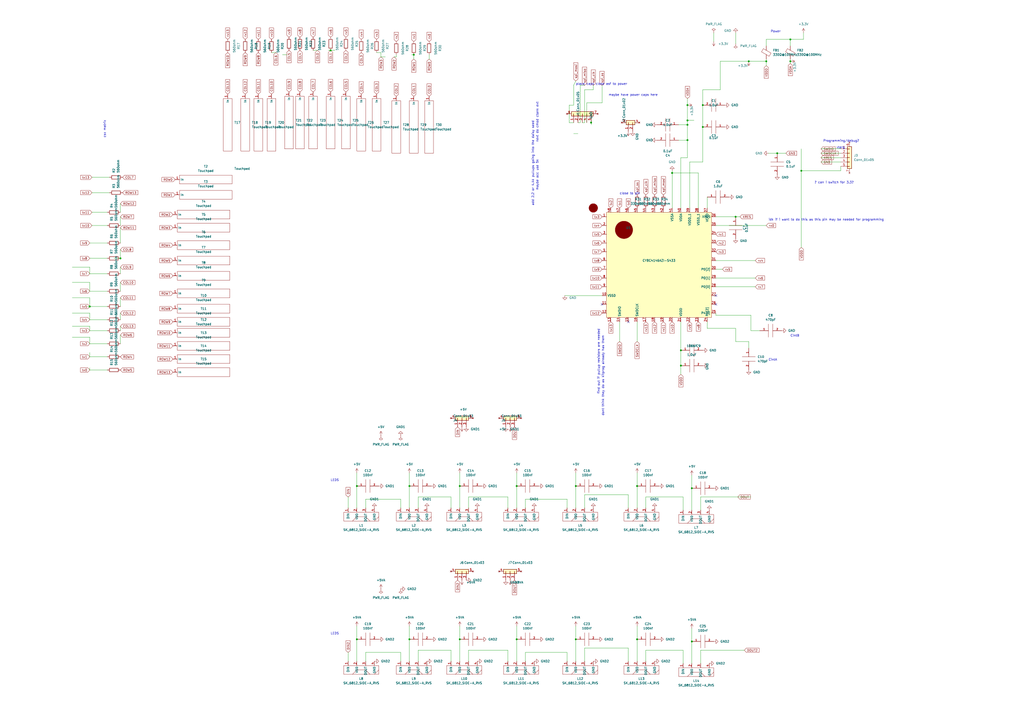
<source format=kicad_sch>
(kicad_sch (version 20211123) (generator eeschema)
  (paper "A2")
  (junction (at 69.85 149.86))
  (junction (at 52.07 177.8))
  (junction (at 394.97 212.09))
  (junction (at 426.72 125.73))
  (junction (at 401.32 283.21))
  (junction (at 398.78 72.39))
  (junction (at 299.72 370.84))
  (junction (at 407.67 60.96))
  (junction (at 394.97 203.2))
  (junction (at 334.01 281.94))
  (junction (at 266.7 281.94))
  (junction (at 398.78 60.96))
  (junction (at 464.82 99.06))
  (junction (at 398.78 81.28))
  (junction (at 369.57 370.84))
  (junction (at 237.49 370.84))
  (junction (at 389.89 100.33))
  (junction (at 369.57 281.94))
  (junction (at 240.03 31.75))
  (junction (at 450.85 88.9))
  (junction (at 398.78 69.85))
  (junction (at 207.01 281.94))
  (junction (at 342.9 71.12))
  (junction (at 299.72 281.94))
  (junction (at 334.01 370.84))
  (junction (at 434.34 35.56))
  (junction (at 401.32 372.11))
  (junction (at 444.5 35.56))
  (junction (at 191.77 29.21))
  (junction (at 266.7 370.84))
  (junction (at 207.01 370.84))
  (junction (at 407.67 73.66))
  (junction (at 458.47 22.86))
  (junction (at 237.49 281.94))
  (junction (at 458.47 35.56))
  (no_connect (at 349.25 176.53))
  (no_connect (at 364.49 186.69))
  (no_connect (at 415.29 176.53))
  (no_connect (at 415.29 171.45))
  (wire (pts (xy 417.83 52.07) (xy 407.67 52.07)))
  (wire (pts (xy 294.64 288.29) (xy 294.64 294.64)))
  (wire (pts (xy 304.8 383.54) (xy 304.8 378.46)))
  (wire (pts (xy 410.21 114.3) (xy 410.21 120.65)))
  (wire (pts (xy 450.85 88.9) (xy 455.93 88.9)))
  (wire (pts (xy 157.48 30.48) (xy 160.02 30.48)))
  (wire (pts (xy 212.09 289.56) (xy 232.41 289.56)))
  (wire (pts (xy 52.07 163.83) (xy 52.07 168.91)))
  (wire (pts (xy 476.25 91.44) (xy 487.68 91.44)))
  (wire (pts (xy 476.25 88.9) (xy 487.68 88.9)))
  (wire (pts (xy 334.01 370.84) (xy 334.01 383.54)))
  (wire (pts (xy 52.07 195.58) (xy 52.07 199.39)))
  (wire (pts (xy 374.65 377.19) (xy 396.24 377.19)))
  (wire (pts (xy 398.78 69.85) (xy 398.78 72.39)))
  (wire (pts (xy 212.09 383.54) (xy 212.09 378.46)))
  (wire (pts (xy 328.93 289.56) (xy 328.93 294.64)))
  (wire (pts (xy 69.85 154.94) (xy 69.85 158.75)))
  (wire (pts (xy 426.72 190.5) (xy 426.72 198.12)))
  (wire (pts (xy 220.98 33.02) (xy 223.52 33.02)))
  (wire (pts (xy 434.34 198.12) (xy 426.72 198.12)))
  (wire (pts (xy 342.9 71.12) (xy 342.9 72.39)))
  (wire (pts (xy 242.57 377.19) (xy 261.62 377.19)))
  (wire (pts (xy 266.7 281.94) (xy 266.7 294.64)))
  (wire (pts (xy 410.21 190.5) (xy 410.21 186.69)))
  (wire (pts (xy 52.07 149.86) (xy 62.23 149.86)))
  (wire (pts (xy 334.01 281.94) (xy 334.01 294.64)))
  (wire (pts (xy 476.25 93.98) (xy 487.68 93.98)))
  (wire (pts (xy 458.47 26.67) (xy 458.47 22.86)))
  (wire (pts (xy 398.78 60.96) (xy 398.78 69.85)))
  (wire (pts (xy 69.85 194.31) (xy 69.85 199.39)))
  (wire (pts (xy 487.68 99.06) (xy 487.68 96.52)))
  (wire (pts (xy 458.47 35.56) (xy 458.47 36.83)))
  (wire (pts (xy 339.09 52.07) (xy 344.17 52.07)))
  (wire (pts (xy 374.65 294.64) (xy 374.65 288.29)))
  (wire (pts (xy 201.93 378.46) (xy 201.93 383.54)))
  (wire (pts (xy 401.32 372.11) (xy 401.32 364.49)))
  (wire (pts (xy 332.74 77.47) (xy 335.28 77.47)))
  (wire (pts (xy 237.49 281.94) (xy 237.49 294.64)))
  (wire (pts (xy 53.34 130.81) (xy 62.23 130.81)))
  (wire (pts (xy 398.78 57.15) (xy 398.78 60.96)))
  (wire (pts (xy 52.07 214.63) (xy 62.23 214.63)))
  (wire (pts (xy 374.65 288.29) (xy 396.24 288.29)))
  (wire (pts (xy 339.09 383.54) (xy 339.09 375.92)))
  (wire (pts (xy 464.82 99.06) (xy 464.82 143.51)))
  (wire (pts (xy 52.07 207.01) (xy 62.23 207.01)))
  (wire (pts (xy 299.72 281.94) (xy 299.72 294.64)))
  (wire (pts (xy 415.29 166.37) (xy 438.15 166.37)))
  (wire (pts (xy 52.07 168.91) (xy 62.23 168.91)))
  (wire (pts (xy 52.07 181.61) (xy 52.07 185.42)))
  (wire (pts (xy 237.49 370.84) (xy 237.49 383.54)))
  (wire (pts (xy 294.64 377.19) (xy 294.64 383.54)))
  (wire (pts (xy 466.09 19.05) (xy 466.09 22.86)))
  (wire (pts (xy 339.09 287.02) (xy 364.49 287.02)))
  (wire (pts (xy 242.57 383.54) (xy 242.57 377.19)))
  (wire (pts (xy 332.74 60.96) (xy 330.2 60.96)))
  (wire (pts (xy 242.57 288.29) (xy 261.62 288.29)))
  (wire (pts (xy 220.98 30.48) (xy 218.44 30.48)))
  (wire (pts (xy 41.91 163.83) (xy 52.07 163.83)))
  (wire (pts (xy 389.89 100.33) (xy 389.89 120.65)))
  (wire (pts (xy 400.05 120.65) (xy 400.05 93.98)))
  (wire (pts (xy 229.87 33.02) (xy 229.87 31.75)))
  (wire (pts (xy 232.41 378.46) (xy 232.41 383.54)))
  (wire (pts (xy 69.85 144.78) (xy 69.85 149.86)))
  (wire (pts (xy 414.02 19.05) (xy 414.02 24.13)))
  (wire (pts (xy 398.78 91.44) (xy 394.97 91.44)))
  (wire (pts (xy 349.25 59.69) (xy 349.25 49.53)))
  (wire (pts (xy 330.2 60.96) (xy 330.2 71.12)))
  (wire (pts (xy 344.17 52.07) (xy 344.17 49.53)))
  (wire (pts (xy 201.93 288.29) (xy 201.93 294.64)))
  (wire (pts (xy 349.25 59.69) (xy 340.36 59.69)))
  (wire (pts (xy 401.32 283.21) (xy 401.32 275.59)))
  (wire (pts (xy 242.57 294.64) (xy 242.57 288.29)))
  (wire (pts (xy 458.47 22.86) (xy 466.09 22.86)))
  (wire (pts (xy 69.85 125.73) (xy 69.85 130.81)))
  (wire (pts (xy 389.89 100.33) (xy 405.13 100.33)))
  (wire (pts (xy 53.34 111.76) (xy 63.5 111.76)))
  (wire (pts (xy 69.85 163.83) (xy 69.85 168.91)))
  (wire (pts (xy 407.67 60.96) (xy 407.67 73.66)))
  (wire (pts (xy 232.41 289.56) (xy 232.41 294.64)))
  (wire (pts (xy 248.92 31.75) (xy 248.92 34.29)))
  (wire (pts (xy 69.85 189.23) (xy 69.85 191.77)))
  (wire (pts (xy 407.67 52.07) (xy 407.67 60.96)))
  (wire (pts (xy 336.55 49.53) (xy 339.09 49.53)))
  (wire (pts (xy 435.61 182.88) (xy 435.61 191.77)))
  (wire (pts (xy 52.07 185.42) (xy 62.23 185.42)))
  (wire (pts (xy 330.2 71.12) (xy 332.74 71.12)))
  (wire (pts (xy 398.78 81.28) (xy 398.78 91.44)))
  (wire (pts (xy 334.01 370.84) (xy 334.01 363.22)))
  (wire (pts (xy 374.65 383.54) (xy 374.65 377.19)))
  (wire (pts (xy 52.07 199.39) (xy 62.23 199.39)))
  (wire (pts (xy 41.91 195.58) (xy 52.07 195.58)))
  (wire (pts (xy 304.8 378.46) (xy 328.93 378.46)))
  (wire (pts (xy 41.91 172.72) (xy 52.07 172.72)))
  (wire (pts (xy 190.5 29.21) (xy 191.77 29.21)))
  (wire (pts (xy 299.72 370.84) (xy 299.72 383.54)))
  (wire (pts (xy 359.41 186.69) (xy 359.41 198.12)))
  (wire (pts (xy 426.72 190.5) (xy 410.21 190.5)))
  (wire (pts (xy 396.24 377.19) (xy 396.24 384.81)))
  (wire (pts (xy 434.34 201.93) (xy 434.34 198.12)))
  (wire (pts (xy 476.25 86.36) (xy 487.68 86.36)))
  (wire (pts (xy 69.85 172.72) (xy 69.85 177.8)))
  (wire (pts (xy 52.07 140.97) (xy 62.23 140.97)))
  (wire (pts (xy 53.34 102.87) (xy 63.5 102.87)))
  (wire (pts (xy 415.29 151.13) (xy 438.15 151.13)))
  (wire (pts (xy 271.78 377.19) (xy 294.64 377.19)))
  (wire (pts (xy 304.8 289.56) (xy 328.93 289.56)))
  (wire (pts (xy 369.57 370.84) (xy 369.57 363.22)))
  (wire (pts (xy 369.57 370.84) (xy 369.57 383.54)))
  (wire (pts (xy 299.72 370.84) (xy 299.72 363.22)))
  (wire (pts (xy 406.4 377.19) (xy 431.8 377.19)))
  (wire (pts (xy 181.61 29.21) (xy 184.15 29.21)))
  (wire (pts (xy 369.57 281.94) (xy 369.57 274.32)))
  (wire (pts (xy 389.89 99.06) (xy 389.89 100.33)))
  (wire (pts (xy 406.4 384.81) (xy 406.4 377.19)))
  (wire (pts (xy 435.61 182.88) (xy 415.29 182.88)))
  (wire (pts (xy 41.91 181.61) (xy 52.07 181.61)))
  (wire (pts (xy 237.49 370.84) (xy 237.49 363.22)))
  (wire (pts (xy 237.49 281.94) (xy 237.49 274.32)))
  (wire (pts (xy 415.29 161.29) (xy 438.15 161.29)))
  (wire (pts (xy 336.55 71.12) (xy 335.28 71.12)))
  (wire (pts (xy 261.62 377.19) (xy 261.62 383.54)))
  (wire (pts (xy 426.72 125.73) (xy 429.26 125.73)))
  (wire (pts (xy 207.01 370.84) (xy 207.01 383.54)))
  (wire (pts (xy 261.62 288.29) (xy 261.62 294.64)))
  (wire (pts (xy 406.4 288.29) (xy 435.61 288.29)))
  (wire (pts (xy 266.7 370.84) (xy 266.7 363.22)))
  (wire (pts (xy 407.67 73.66) (xy 407.67 93.98)))
  (wire (pts (xy 398.78 72.39) (xy 398.78 81.28)))
  (wire (pts (xy 440.69 191.77) (xy 435.61 191.77)))
  (wire (pts (xy 336.55 49.53) (xy 336.55 71.12)))
  (wire (pts (xy 364.49 287.02) (xy 364.49 294.64)))
  (wire (pts (xy 339.09 71.12) (xy 337.82 71.12)))
  (wire (pts (xy 50.8 177.8) (xy 52.07 177.8)))
  (wire (pts (xy 464.82 99.06) (xy 487.68 99.06)))
  (wire (pts (xy 332.74 49.53) (xy 334.01 46.99)))
  (wire (pts (xy 444.5 22.86) (xy 458.47 22.86)))
  (wire (pts (xy 207.01 281.94) (xy 207.01 294.64)))
  (wire (pts (xy 415.29 156.21) (xy 419.1 156.21)))
  (wire (pts (xy 369.57 186.69) (xy 369.57 198.12)))
  (wire (pts (xy 52.07 158.75) (xy 62.23 158.75)))
  (wire (pts (xy 271.78 288.29) (xy 294.64 288.29)))
  (wire (pts (xy 163.83 31.75) (xy 166.37 31.75)))
  (wire (pts (xy 401.32 283.21) (xy 401.32 295.91)))
  (wire (pts (xy 334.01 281.94) (xy 334.01 274.32)))
  (wire (pts (xy 69.85 181.61) (xy 69.85 185.42)))
  (wire (pts (xy 398.78 81.28) (xy 393.7 81.28)))
  (wire (pts (xy 327.66 171.45) (xy 349.25 171.45)))
  (wire (pts (xy 41.91 154.94) (xy 52.07 154.94)))
  (wire (pts (xy 445.77 88.9) (xy 450.85 88.9)))
  (wire (pts (xy 398.78 72.39) (xy 393.7 72.39)))
  (wire (pts (xy 266.7 370.84) (xy 266.7 383.54)))
  (wire (pts (xy 271.78 383.54) (xy 271.78 377.19)))
  (wire (pts (xy 394.97 203.2) (xy 394.97 212.09)))
  (wire (pts (xy 228.6 33.02) (xy 229.87 33.02)))
  (wire (pts (xy 415.29 125.73) (xy 426.72 125.73)))
  (wire (pts (xy 304.8 294.64) (xy 304.8 289.56)))
  (wire (pts (xy 69.85 149.86) (xy 66.04 149.86)))
  (wire (pts (xy 207.01 281.94) (xy 207.01 274.32)))
  (wire (pts (xy 405.13 120.65) (xy 405.13 100.33)))
  (wire (pts (xy 339.09 294.64) (xy 339.09 287.02)))
  (wire (pts (xy 52.07 213.36) (xy 52.07 214.63)))
  (wire (pts (xy 266.7 281.94) (xy 266.7 274.32)))
  (wire (pts (xy 339.09 52.07) (xy 339.09 71.12)))
  (wire (pts (xy 191.77 29.21) (xy 194.31 29.21)))
  (wire (pts (xy 271.78 294.64) (xy 271.78 288.29)))
  (wire (pts (xy 53.34 123.19) (xy 62.23 123.19)))
  (wire (pts (xy 444.5 22.86) (xy 444.5 26.67)))
  (wire (pts (xy 52.07 191.77) (xy 62.23 191.77)))
  (wire (pts (xy 212.09 294.64) (xy 212.09 289.56)))
  (wire (pts (xy 52.07 204.47) (xy 52.07 207.01)))
  (wire (pts (xy 212.09 378.46) (xy 232.41 378.46)))
  (wire (pts (xy 328.93 378.46) (xy 328.93 383.54)))
  (wire (pts (xy 394.97 91.44) (xy 394.97 120.65)))
  (wire (pts (xy 364.49 375.92) (xy 364.49 383.54)))
  (wire (pts (xy 339.09 375.92) (xy 364.49 375.92)))
  (wire (pts (xy 52.07 189.23) (xy 52.07 191.77)))
  (wire (pts (xy 444.5 35.56) (xy 444.5 38.1)))
  (wire (pts (xy 464.82 86.36) (xy 464.82 99.06)))
  (wire (pts (xy 332.74 49.53) (xy 332.74 60.96)))
  (wire (pts (xy 394.97 212.09) (xy 394.97 217.17)))
  (wire (pts (xy 41.91 189.23) (xy 52.07 189.23)))
  (wire (pts (xy 238.76 31.75) (xy 240.03 31.75)))
  (wire (pts (xy 340.36 59.69) (xy 340.36 71.12)))
  (wire (pts (xy 444.5 34.29) (xy 444.5 35.56)))
  (wire (pts (xy 207.01 370.84) (xy 207.01 363.22)))
  (wire (pts (xy 299.72 281.94) (xy 299.72 274.32)))
  (wire (pts (xy 394.97 186.69) (xy 394.97 203.2)))
  (wire (pts (xy 402.59 69.85) (xy 398.78 69.85)))
  (wire (pts (xy 52.07 154.94) (xy 52.07 158.75)))
  (wire (pts (xy 444.5 130.81) (xy 415.29 130.81)))
  (wire (pts (xy 369.57 281.94) (xy 369.57 294.64)))
  (wire (pts (xy 69.85 132.08) (xy 69.85 140.97)))
  (wire (pts (xy 52.07 172.72) (xy 52.07 177.8)))
  (wire (pts (xy 220.98 33.02) (xy 220.98 30.48)))
  (wire (pts (xy 52.07 177.8) (xy 62.23 177.8)))
  (wire (pts (xy 400.05 93.98) (xy 407.67 93.98)))
  (wire (pts (xy 426.72 25.4) (xy 426.72 19.05)))
  (wire (pts (xy 406.4 295.91) (xy 406.4 288.29)))
  (wire (pts (xy 401.32 372.11) (xy 401.32 384.81)))
  (wire (pts (xy 396.24 288.29) (xy 396.24 295.91)))
  (wire (pts (xy 444.5 35.56) (xy 434.34 35.56)))
  (wire (pts (xy 69.85 118.11) (xy 69.85 123.19)))
  (wire (pts (xy 240.03 31.75) (xy 240.03 34.29)))
  (wire (pts (xy 342.9 67.31) (xy 342.9 71.12)))
  (wire (pts (xy 415.29 182.88) (xy 415.29 181.61)))
  (wire (pts (xy 417.83 35.56) (xy 417.83 52.07)))
  (wire (pts (xy 434.34 35.56) (xy 417.83 35.56)))
  (wire (pts (xy 458.47 34.29) (xy 458.47 35.56)))
  (text "SMD Screw connectors\n" (at 629.92 21.59 0) (effects (font (size 1.27 1.27)) (justify left bottom)))
  (text "Power\n" (at 447.04 19.05 0) (effects (font (size 1.27 1.27)) (justify left bottom)))
  (text "LEDS" (at 191.77 368.3 0) (effects (font (size 1.27 1.27)) (justify left bottom)))
  (text "Programming/debug?\n" (at 477.52 82.55 0) (effects (font (size 1.27 1.27)) (justify left bottom)))
  (text "maybe have power caps here" (at 353.06 55.88 0) (effects (font (size 1.27 1.27)) (justify left bottom)))
  (text "vtarg\n" (at 485.14 86.36 0) (effects (font (size 1.27 1.27)) (justify left bottom)))
  (text "close to pin\n" (at 359.41 113.03 0) (effects (font (size 1.27 1.27)) (justify left bottom)))
  (text "CintA\n" (at 445.77 209.55 0) (effects (font (size 1.27 1.27)) (justify left bottom)))
  (text "idk if i want to do this as this pin may be needed for programming\n" (at 445.77 128.27 0) (effects (font (size 1.27 1.27)) (justify left bottom)))
  (text "? can i switch for 3.3?\n" (at 472.44 106.68 0) (effects (font (size 1.27 1.27)) (justify left bottom)))
  (text "LEDS" (at 191.77 279.4 0) (effects (font (size 1.27 1.27)) (justify left bottom)))
  (text "place caps close asf to power\n" (at 334.01 49.53 0) (effects (font (size 1.27 1.27)) (justify left bottom)))
  (text "CintB\n" (at 458.47 195.58 0) (effects (font (size 1.27 1.27)) (justify left bottom)))
  (text "find out if pullup resistors are needed\n" (at 347.98 228.6 90) (effects (font (size 1.27 1.27)) (justify left bottom)))
  (text "next do cmod ctank ext\n" (at 312.42 82.55 90) (effects (font (size 1.27 1.27)) (justify left bottom)))
  (text "maybe acc use 5k\n" (at 312.42 110.49 90) (effects (font (size 1.27 1.27)) (justify left bottom)))
  (text "dont think they do as kitprog already has them\n" (at 350.52 241.3 90) (effects (font (size 1.27 1.27)) (justify left bottom)))
  (text "add 2.2 or 4.4k pullups going into the daisy seed" (at 309.88 119.38 90) (effects (font (size 1.27 1.27)) (justify left bottom)))
  (text "csx matrix\n\n" (at 63.5 80.01 90) (effects (font (size 1.27 1.27)) (justify left bottom)))
  (global_label "COL5" (shape input) (at 200.66 53.34 90) (property "Intersheet References" "${INTERSHEET_REFS}" (effects hide)))
  (global_label "tx9" (shape input) (at 52.07 140.97 180) (property "Intersheet References" "${INTERSHEET_REFS}" (effects hide)))
  (global_label "rx1" (shape input) (at 240.03 24.13 90) (property "Intersheet References" "${INTERSHEET_REFS}" (effects hide)))
  (global_label "rx1" (shape input) (at 415.29 135.89 0) (property "Intersheet References" "${INTERSHEET_REFS}" (effects hide)))
  (global_label "COL3" (shape input) (at 218.44 54.61 90) (property "Intersheet References" "${INTERSHEET_REFS}" (effects hide)))
  (global_label "XRES" (shape input) (at 429.26 125.73 0) (property "Intersheet References" "${INTERSHEET_REFS}" (effects hide)))
  (global_label "tx9" (shape input) (at 349.25 156.21 180) (property "Intersheet References" "${INTERSHEET_REFS}" (effects hide)))
  (global_label "DIN2" (shape input) (at 265.43 336.55 270) (property "Intersheet References" "${INTERSHEET_REFS}" (effects hide)))
  (global_label "SWDCLK" (shape input) (at 369.57 198.12 270) (property "Intersheet References" "${INTERSHEET_REFS}" (effects hide)))
  (global_label "COL12" (shape input) (at 69.85 181.61 0) (property "Intersheet References" "${INTERSHEET_REFS}" (effects hide)))
  (global_label "tx5" (shape input) (at 52.07 177.8 180) (property "Intersheet References" "${INTERSHEET_REFS}" (effects hide)))
  (global_label "COL2" (shape input) (at 200.66 29.21 270) (property "Intersheet References" "${INTERSHEET_REFS}" (effects hide)))
  (global_label "VDDD" (shape input) (at 464.82 143.51 270) (property "Intersheet References" "${INTERSHEET_REFS}" (effects hide)))
  (global_label "rx4" (shape input) (at 438.15 151.13 0) (property "Intersheet References" "${INTERSHEET_REFS}" (effects hide)))
  (global_label "COL4" (shape input) (at 209.55 54.61 90) (property "Intersheet References" "${INTERSHEET_REFS}" (effects hide)))
  (global_label "rx0" (shape input) (at 248.92 24.13 90) (property "Intersheet References" "${INTERSHEET_REFS}" (effects hide)))
  (global_label "COL2" (shape input) (at 229.87 55.88 90) (property "Intersheet References" "${INTERSHEET_REFS}" (effects hide)))
  (global_label "tx7" (shape input) (at 52.07 158.75 180) (property "Intersheet References" "${INTERSHEET_REFS}" (effects hide)))
  (global_label "DIN" (shape input) (at 201.93 288.29 90) (property "Intersheet References" "${INTERSHEET_REFS}" (effects hide)))
  (global_label "tx3" (shape input) (at 52.07 191.77 180) (property "Intersheet References" "${INTERSHEET_REFS}" (effects hide)))
  (global_label "rx13" (shape input) (at 374.65 186.69 270) (property "Intersheet References" "${INTERSHEET_REFS}" (effects hide)))
  (global_label "SWDIO" (shape input) (at 359.41 198.12 270) (property "Intersheet References" "${INTERSHEET_REFS}" (effects hide)))
  (global_label "COL7" (shape input) (at 181.61 53.34 90) (property "Intersheet References" "${INTERSHEET_REFS}" (effects hide)))
  (global_label "COL13" (shape input) (at 132.08 54.61 90) (property "Intersheet References" "${INTERSHEET_REFS}" (effects hide)))
  (global_label "ROW7" (shape input) (at 100.33 170.18 180) (property "Intersheet References" "${INTERSHEET_REFS}" (effects hide)))
  (global_label "ROW12" (shape input) (at 100.33 208.28 180) (property "Intersheet References" "${INTERSHEET_REFS}" (effects hide)))
  (global_label "ROW1" (shape input) (at 240.03 34.29 270) (property "Intersheet References" "${INTERSHEET_REFS}" (effects hide)))
  (global_label "ROW4" (shape input) (at 100.33 142.24 180) (property "Intersheet References" "${INTERSHEET_REFS}" (effects hide)))
  (global_label "tx13" (shape input) (at 354.33 186.69 270) (property "Intersheet References" "${INTERSHEET_REFS}" (effects hide)))
  (global_label "rx13" (shape input) (at 132.08 22.86 90) (property "Intersheet References" "${INTERSHEET_REFS}" (effects hide)))
  (global_label "spi_mosi" (shape input) (at 384.81 113.03 90) (property "Intersheet References" "${INTERSHEET_REFS}" (effects hide)))
  (global_label "COL12" (shape input) (at 142.24 54.61 90) (property "Intersheet References" "${INTERSHEET_REFS}" (effects hide)))
  (global_label "COL6" (shape input) (at 160.02 30.48 270) (property "Intersheet References" "${INTERSHEET_REFS}" (effects hide)))
  (global_label "ROW5" (shape input) (at 100.33 151.13 180) (property "Intersheet References" "${INTERSHEET_REFS}" (effects hide)))
  (global_label "tx8" (shape input) (at 52.07 149.86 180) (property "Intersheet References" "${INTERSHEET_REFS}" (effects hide)))
  (global_label "GND" (shape input) (at 455.93 88.9 0) (property "Intersheet References" "${INTERSHEET_REFS}" (effects hide)))
  (global_label "COL7" (shape input) (at 71.12 102.87 0) (property "Intersheet References" "${INTERSHEET_REFS}" (effects hide)))
  (global_label "VDDA" (shape input) (at 458.47 36.83 270) (property "Intersheet References" "${INTERSHEET_REFS}" (effects hide)))
  (global_label "tx11" (shape input) (at 53.34 123.19 180) (property "Intersheet References" "${INTERSHEET_REFS}" (effects hide)))
  (global_label "ROW7" (shape input) (at 69.85 125.73 0) (property "Intersheet References" "${INTERSHEET_REFS}" (effects hide)))
  (global_label "COL9" (shape input) (at 69.85 154.94 0) (property "Intersheet References" "${INTERSHEET_REFS}" (effects hide)))
  (global_label "rx0" (shape input) (at 444.5 130.81 0) (property "Intersheet References" "${INTERSHEET_REFS}" (effects hide)))
  (global_label "COL9" (shape input) (at 167.64 53.34 90) (property "Intersheet References" "${INTERSHEET_REFS}" (effects hide)))
  (global_label "ROW2" (shape input) (at 228.6 33.02 270) (property "Intersheet References" "${INTERSHEET_REFS}" (effects hide)))
  (global_label "rx2" (shape input) (at 415.29 140.97 0) (property "Intersheet References" "${INTERSHEET_REFS}" (effects hide)))
  (global_label "SWDIO" (shape input) (at 476.25 86.36 0) (property "Intersheet References" "${INTERSHEET_REFS}" (effects hide)))
  (global_label "rx9" (shape input) (at 167.64 21.59 90) (property "Intersheet References" "${INTERSHEET_REFS}" (effects hide)))
  (global_label "ROW13" (shape input) (at 100.33 215.9 180) (property "Intersheet References" "${INTERSHEET_REFS}" (effects hide)))
  (global_label "ROW0" (shape input) (at 101.6 104.14 180) (property "Intersheet References" "${INTERSHEET_REFS}" (effects hide)))
  (global_label "ROW10" (shape input) (at 132.08 30.48 270) (property "Intersheet References" "${INTERSHEET_REFS}" (effects hide)))
  (global_label "tx7" (shape input) (at 349.25 146.05 180) (property "Intersheet References" "${INTERSHEET_REFS}" (effects hide)))
  (global_label "rx5" (shape input) (at 200.66 21.59 90) (property "Intersheet References" "${INTERSHEET_REFS}" (effects hide)))
  (global_label "tx5" (shape input) (at 349.25 135.89 180) (property "Intersheet References" "${INTERSHEET_REFS}" (effects hide)))
  (global_label "rx5" (shape input) (at 419.1 156.21 0) (property "Intersheet References" "${INTERSHEET_REFS}" (effects hide)))
  (global_label "COL5" (shape input) (at 167.64 29.21 270) (property "Intersheet References" "${INTERSHEET_REFS}" (effects hide)))
  (global_label "rx10" (shape input) (at 389.89 186.69 270) (property "Intersheet References" "${INTERSHEET_REFS}" (effects hide)))
  (global_label "COL3" (shape input) (at 209.55 30.48 270) (property "Intersheet References" "${INTERSHEET_REFS}" (effects hide)))
  (global_label "COL8" (shape input) (at 69.85 144.78 0) (property "Intersheet References" "${INTERSHEET_REFS}" (effects hide)))
  (global_label "rx6" (shape input) (at 191.77 21.59 90) (property "Intersheet References" "${INTERSHEET_REFS}" (effects hide)))
  (global_label "rx7" (shape input) (at 438.15 166.37 0) (property "Intersheet References" "${INTERSHEET_REFS}" (effects hide)))
  (global_label "DOUT2" (shape input) (at 298.45 336.55 270) (property "Intersheet References" "${INTERSHEET_REFS}" (effects hide)))
  (global_label "rx12" (shape input) (at 379.73 186.69 270) (property "Intersheet References" "${INTERSHEET_REFS}" (effects hide)))
  (global_label "spi_ss" (shape input) (at 349.25 49.53 90) (property "Intersheet References" "${INTERSHEET_REFS}" (effects hide)))
  (global_label "COL0" (shape input) (at 248.92 55.88 90) (property "Intersheet References" "${INTERSHEET_REFS}" (effects hide)))
  (global_label "DIN" (shape input) (at 265.43 247.65 270) (property "Intersheet References" "${INTERSHEET_REFS}" (effects hide)))
  (global_label "rx2" (shape input) (at 229.87 24.13 90) (property "Intersheet References" "${INTERSHEET_REFS}" (effects hide)))
  (global_label "ROW8" (shape input) (at 100.33 179.07 180) (property "Intersheet References" "${INTERSHEET_REFS}" (effects hide)))
  (global_label "rx6" (shape input) (at 438.15 161.29 0) (property "Intersheet References" "${INTERSHEET_REFS}" (effects hide)))
  (global_label "spi_ss" (shape input) (at 369.57 113.03 90) (property "Intersheet References" "${INTERSHEET_REFS}" (effects hide)))
  (global_label "ROW9" (shape input) (at 142.24 30.48 270) (property "Intersheet References" "${INTERSHEET_REFS}" (effects hide)))
  (global_label "ROW6" (shape input) (at 100.33 160.02 180) (property "Intersheet References" "${INTERSHEET_REFS}" (effects hide)))
  (global_label "tx11" (shape input) (at 349.25 166.37 180) (property "Intersheet References" "${INTERSHEET_REFS}" (effects hide)))
  (global_label "COL8" (shape input) (at 173.99 53.34 90) (property "Intersheet References" "${INTERSHEET_REFS}" (effects hide)))
  (global_label "COL11" (shape input) (at 69.85 172.72 0) (property "Intersheet References" "${INTERSHEET_REFS}" (effects hide)))
  (global_label "tx0" (shape input) (at 52.07 214.63 180) (property "Intersheet References" "${INTERSHEET_REFS}" (effects hide)))
  (global_label "rx7" (shape input) (at 181.61 21.59 90) (property "Intersheet References" "${INTERSHEET_REFS}" (effects hide)))
  (global_label "ROW8" (shape input) (at 149.86 30.48 270) (property "Intersheet References" "${INTERSHEET_REFS}" (effects hide)))
  (global_label "DOUT" (shape input) (at 427.99 288.29 0) (property "Intersheet References" "${INTERSHEET_REFS}" (effects hide)))
  (global_label "tx2" (shape input) (at 354.33 120.65 90) (property "Intersheet References" "${INTERSHEET_REFS}" (effects hide)))
  (global_label "VDDD" (shape input) (at 394.97 217.17 270) (property "Intersheet References" "${INTERSHEET_REFS}" (effects hide)))
  (global_label "ROW0" (shape input) (at 248.92 34.29 270) (property "Intersheet References" "${INTERSHEET_REFS}" (effects hide)))
  (global_label "rx11" (shape input) (at 149.86 22.86 90) (property "Intersheet References" "${INTERSHEET_REFS}" (effects hide)))
  (global_label "tx12" (shape input) (at 53.34 111.76 180) (property "Intersheet References" "${INTERSHEET_REFS}" (effects hide)))
  (global_label "ROW11" (shape input) (at 69.85 132.08 0) (property "Intersheet References" "${INTERSHEET_REFS}" (effects hide)))
  (global_label "ROW1" (shape input) (at 101.6 113.03 180) (property "Intersheet References" "${INTERSHEET_REFS}" (effects hide)))
  (global_label "DOUT2" (shape input) (at 431.8 377.19 0) (property "Intersheet References" "${INTERSHEET_REFS}" (effects hide)))
  (global_label "ROW6" (shape input) (at 69.85 194.31 0) (property "Intersheet References" "${INTERSHEET_REFS}" (effects hide)))
  (global_label "tx1" (shape input) (at 52.07 207.01 180) (property "Intersheet References" "${INTERSHEET_REFS}" (effects hide)))
  (global_label "tx10" (shape input) (at 349.25 161.29 180) (property "Intersheet References" "${INTERSHEET_REFS}" (effects hide)))
  (global_label "rx8" (shape input) (at 405.13 186.69 270) (property "Intersheet References" "${INTERSHEET_REFS}" (effects hide)))
  (global_label "tx12" (shape input) (at 349.25 181.61 180) (property "Intersheet References" "${INTERSHEET_REFS}" (effects hide)))
  (global_label "rx12" (shape input) (at 142.24 22.86 90) (property "Intersheet References" "${INTERSHEET_REFS}" (effects hide)))
  (global_label "ROW12" (shape input) (at 69.85 118.11 0) (property "Intersheet References" "${INTERSHEET_REFS}" (effects hide)))
  (global_label "ROW3" (shape input) (at 100.33 132.08 180) (property "Intersheet References" "${INTERSHEET_REFS}" (effects hide)))
  (global_label "GND" (shape input) (at 476.25 93.98 0) (property "Intersheet References" "${INTERSHEET_REFS}" (effects hide)))
  (global_label "ROW3" (shape input) (at 220.98 33.02 270) (property "Intersheet References" "${INTERSHEET_REFS}" (effects hide)))
  (global_label "COL0" (shape input) (at 184.15 29.21 270) (property "Intersheet References" "${INTERSHEET_REFS}" (effects hide)))
  (global_label "spi_miso" (shape input) (at 339.09 49.53 90) (property "Intersheet References" "${INTERSHEET_REFS}" (effects hide)))
  (global_label "COL6" (shape input) (at 191.77 53.34 90) (property "Intersheet References" "${INTERSHEET_REFS}" (effects hide)))
  (global_label "VDDD" (shape input) (at 444.5 38.1 270) (property "Intersheet References" "${INTERSHEET_REFS}" (effects hide)))
  (global_label "COL4" (shape input) (at 173.99 29.21 270) (property "Intersheet References" "${INTERSHEET_REFS}" (effects hide)))
  (global_label "rx8" (shape input) (at 173.99 21.59 90) (property "Intersheet References" "${INTERSHEET_REFS}" (effects hide)))
  (global_label "tx1" (shape input) (at 359.41 120.65 90) (property "Intersheet References" "${INTERSHEET_REFS}" (effects hide)))
  (global_label "rx10" (shape input) (at 157.48 22.86 90) (property "Intersheet References" "${INTERSHEET_REFS}" (effects hide)))
  (global_label "rx3" (shape input) (at 218.44 22.86 90) (property "Intersheet References" "${INTERSHEET_REFS}" (effects hide)))
  (global_label "SWDCLK" (shape input) (at 476.25 88.9 0) (property "Intersheet References" "${INTERSHEET_REFS}" (effects hide)))
  (global_label "rx11" (shape input) (at 384.81 186.69 270) (property "Intersheet References" "${INTERSHEET_REFS}" (effects hide)))
  (global_label "XRES" (shape input) (at 476.25 91.44 0) (property "Intersheet References" "${INTERSHEET_REFS}" (effects hide)))
  (global_label "tx6" (shape input) (at 52.07 168.91 180) (property "Intersheet References" "${INTERSHEET_REFS}" (effects hide)))
  (global_label "DOUT" (shape input) (at 298.45 247.65 270) (property "Intersheet References" "${INTERSHEET_REFS}" (effects hide)))
  (global_label "spi_clk" (shape input) (at 344.17 49.53 90) (property "Intersheet References" "${INTERSHEET_REFS}" (effects hide)))
  (global_label "spi_miso" (shape input) (at 379.73 113.03 90) (property "Intersheet References" "${INTERSHEET_REFS}" (effects hide)))
  (global_label "ROW9" (shape input) (at 100.33 186.69 180) (property "Intersheet References" "${INTERSHEET_REFS}" (effects hide)))
  (global_label "ROW5" (shape input) (at 69.85 214.63 0) (property "Intersheet References" "${INTERSHEET_REFS}" (effects hide)))
  (global_label "tx6" (shape input) (at 349.25 140.97 180) (property "Intersheet References" "${INTERSHEET_REFS}" (effects hide)))
  (global_label "COL11" (shape input) (at 149.86 54.61 90) (property "Intersheet References" "${INTERSHEET_REFS}" (effects hide)))
  (global_label "rx3" (shape input) (at 415.29 146.05 0) (property "Intersheet References" "${INTERSHEET_REFS}" (effects hide)))
  (global_label "COL10" (shape input) (at 69.85 163.83 0) (property "Intersheet References" "${INTERSHEET_REFS}" (effects hide)))
  (global_label "COL1" (shape input) (at 191.77 29.21 270) (property "Intersheet References" "${INTERSHEET_REFS}" (effects hide)))
  (global_label "ROW11" (shape input) (at 100.33 200.66 180) (property "Intersheet References" "${INTERSHEET_REFS}" (effects hide)))
  (global_label "rx4" (shape input) (at 209.55 22.86 90) (property "Intersheet References" "${INTERSHEET_REFS}" (effects hide)))
  (global_label "tx8" (shape input) (at 349.25 151.13 180) (property "Intersheet References" "${INTERSHEET_REFS}" (effects hide)))
  (global_label "tx2" (shape input) (at 52.07 199.39 180) (property "Intersheet References" "${INTERSHEET_REFS}" (effects hide)))
  (global_label "ROW2" (shape input) (at 100.33 124.46 180) (property "Intersheet References" "${INTERSHEET_REFS}" (effects hide)))
  (global_label "ROW13" (shape input) (at 71.12 111.76 0) (property "Intersheet References" "${INTERSHEET_REFS}" (effects hide)))
  (global_label "COL13" (shape input) (at 69.85 189.23 0) (property "Intersheet References" "${INTERSHEET_REFS}" (effects hide)))
  (global_label "tx10" (shape input) (at 53.34 130.81 180) (property "Intersheet References" "${INTERSHEET_REFS}" (effects hide)))
  (global_label "tx13" (shape input) (at 53.34 102.87 180) (property "Intersheet References" "${INTERSHEET_REFS}" (effects hide)))
  (global_label "VDDA" (shape input) (at 398.78 57.15 90) (property "Intersheet References" "${INTERSHEET_REFS}" (effects hide)))
  (global_label "spi_clk" (shape input) (at 374.65 113.03 90) (property "Intersheet References" "${INTERSHEET_REFS}" (effects hide)))
  (global_label "DIN2" (shape input) (at 201.93 378.46 90) (property "Intersheet References" "${INTERSHEET_REFS}" (effects hide)))
  (global_label "ROW4" (shape input) (at 69.85 207.01 0) (property "Intersheet References" "${INTERSHEET_REFS}" (effects hide)))
  (global_label "spi_mosi" (shape input) (at 334.01 46.99 90) (property "Intersheet References" "${INTERSHEET_REFS}" (effects hide)))
  (global_label "rx9" (shape input) (at 400.05 186.69 270) (property "Intersheet References" "${INTERSHEET_REFS}" (effects hide)))
  (global_label "ROW10" (shape input) (at 100.33 193.04 180) (property "Intersheet References" "${INTERSHEET_REFS}" (effects hide)))
  (global_label "tx0" (shape input) (at 364.49 120.65 90) (property "Intersheet References" "${INTERSHEET_REFS}" (effects hide)))
  (global_label "COL10" (shape input) (at 157.48 54.61 90) (property "Intersheet References" "${INTERSHEET_REFS}" (effects hide)))
  (global_label "tx4" (shape input) (at 52.07 185.42 180) (property "Intersheet References" "${INTERSHEET_REFS}" (effects hide)))
  (global_label "tx3" (shape input) (at 349.25 125.73 180) (property "Intersheet References" "${INTERSHEET_REFS}" (effects hide)))
  (global_label "COL1" (shape input) (at 240.03 55.88 90) (property "Intersheet References" "${INTERSHEET_REFS}" (effects hide)))
  (global_label "tx4" (shape input) (at 349.25 130.81 180) (property "Intersheet References" "${INTERSHEET_REFS}" (effects hide)))
  (symbol (lib_id "symbols:Touchpad") (at 149.86 57.15 0) (unit 1)
    (property "Reference" "T19" (at 153.67 71.1199 0) (effects (justify left)))
    (property "Value" "Touchpad" (at 153.67 73.6599 0) (effects (justify left)))
    (property "Footprint" "Library:row_coll" (effects hide))
  )
  (symbol (lib_id "power:+5VA") (at 295.91 336.55 180) (unit 1)
    (property "Reference" "#PWR0120" (effects hide))
    (property "Value" "+5VA" (at 298.45 337.8199 0) (effects (justify right)))
  )
  (symbol (lib_id "pspice:C") (at 213.36 281.94 90) (unit 1)
    (property "Reference" "C12" (at 213.36 273.05 90))
    (property "Value" "100nf" (at 213.36 275.59 90))
    (property "Footprint" "Keebio-Parts2:C_0402" (effects hide))
    (property "LCSC" "C1525" (effects hide))
  )
  (symbol (lib_id "Device:R") (at 374.65 116.84 0) (unit 1)
    (property "Reference" "R32" (at 373.38 115.57 0) (effects (justify left)))
    (property "Value" "330ohm" (at 370.84 118.11 0) (effects (justify left)))
    (property "Footprint" "Keebio-Parts2:R_0402" (effects hide))
    (property "LCSC" "C2689453" (effects hide))
  )
  (symbol (lib_id "symbols:Touchpad") (at 102.87 208.28 90) (unit 1)
    (property "Reference" "T14" (at 118.11 200.66 90))
    (property "Value" "Touchpad" (at 118.11 203.2 90))
    (property "Footprint" "Library:row_coll" (effects hide))
  )
  (symbol (lib_id "power:GND2") (at 309.88 383.54 90) (unit 1)
    (property "Reference" "#PWR0123" (effects hide))
    (property "Value" "GND2" (at 313.69 383.5399 90) (effects (justify right)))
  )
  (symbol (lib_id "Device:R") (at 67.31 102.87 270) (unit 1)
    (property "Reference" "R2" (at 66.0399 100.33 0) (effects (justify right)))
    (property "Value" "560ohm" (at 68.5799 100.33 0) (effects (justify right)))
    (property "Footprint" "Keebio-Parts2:R_0402" (effects hide))
    (property "LCSC" "C186320" (effects hide))
  )
  (symbol (lib_id "symbols:Touchpad") (at 132.08 57.15 0) (unit 1)
    (property "Reference" "T17" (at 135.89 71.1199 0) (effects (justify left)))
    (property "Value" "Touchpad" (at 135.89 97.7899 0) (effects (justify left)))
    (property "Footprint" "Library:row_coll" (effects hide))
  )
  (symbol (lib_id "Device:R") (at 229.87 27.94 180) (unit 1)
    (property "Reference" "R28" (at 236.22 27.94 90))
    (property "Value" "560ohm" (at 233.68 27.94 90))
    (property "Footprint" "Keebio-Parts2:R_0402" (effects hide))
    (property "LCSC" "C186320" (effects hide))
  )
  (symbol (lib_id "power:GND") (at 367.03 76.2 0) (unit 1)
    (property "Reference" "#PWR07" (effects hide))
    (property "Value" "GND" (at 369.57 81.28 90) (effects (justify left)))
  )
  (symbol (lib_id "Device:R") (at 209.55 26.67 180) (unit 1)
    (property "Reference" "R26" (at 215.9 26.67 90))
    (property "Value" "560ohm" (at 213.36 26.67 90))
    (property "Footprint" "Keebio-Parts2:R_0402" (effects hide))
    (property "LCSC" "C186320" (effects hide))
  )
  (symbol (lib_name "Conn_01x03_2") (lib_id "Connector_Generic:Conn_01x03") (at 295.91 242.57 90) (unit 1)
    (property "Reference" "J5" (at 290.83 243.8401 90) (effects (justify right)))
    (property "Value" "Conn_01x03" (at 290.83 241.3001 90) (effects (justify right)))
    (property "Footprint" "Library:CONN-SMD_X8821WRS-03-9TSN" (effects hide))
    (property "LCSC" "C397433" (effects hide))
  )
  (symbol (lib_id "Device:R") (at 200.66 25.4 180) (unit 1)
    (property "Reference" "R25" (at 207.01 25.4 90))
    (property "Value" "560ohm" (at 204.47 25.4 90))
    (property "Footprint" "Keebio-Parts2:R_0402" (effects hide))
    (property "LCSC" "C186320" (effects hide))
  )
  (symbol (lib_name "Conn_01x03_3") (lib_id "Connector_Generic:Conn_01x03") (at 267.97 331.47 90) (unit 1)
    (property "Reference" "J6" (at 266.6999 326.39 90) (effects (justify right)))
    (property "Value" "Conn_01x03" (at 269.2399 326.39 90) (effects (justify right)))
    (property "Footprint" "Library:CONN-SMD_X8821WRS-03-9TSN" (effects hide))
    (property "LCSC" "C397433" (effects hide))
  )
  (symbol (lib_id "power:GND2") (at 382.27 370.84 90) (unit 1)
    (property "Reference" "#PWR0125" (effects hide))
    (property "Value" "GND2" (at 386.08 370.8399 90) (effects (justify right)))
  )
  (symbol (lib_id "power:+5V") (at 401.32 275.59 0) (unit 1)
    (property "Reference" "#PWR044" (effects hide))
    (property "Value" "+5V" (at 401.32 270.51 0))
  )
  (symbol (lib_id "symbols:TS34031") (at 609.6 27.94 0) (unit 1)
    (property "Reference" "T1" (at 609.6 15.24 0))
    (property "Value" "TS34031" (at 609.6 17.78 0))
    (property "Footprint" "Library:CONN-SMD_TS34031" (effects hide))
    (property "LCSC" "C481441" (at 609.6 20.32 0))
  )
  (symbol (lib_id "power:GND1") (at 414.02 283.21 90) (unit 1)
    (property "Reference" "#PWR046" (effects hide))
    (property "Value" "GND1" (at 417.83 283.2099 90) (effects (justify right)))
  )
  (symbol (lib_id "symbols:SK_6812_SIDE-A_RVS") (at 372.11 388.62 0) (unit 1)
    (property "Reference" "L13" (at 372.11 393.7 0))
    (property "Value" "SK_6812_SIDE-A_RVS" (at 372.11 396.24 0))
    (property "Footprint" "Library:SK6812SIDE-A-RVS" (effects hide))
    (property "LCSC" "C2890037" (effects hide))
  )
  (symbol (lib_id "power:GND2") (at 346.71 370.84 90) (unit 1)
    (property "Reference" "#PWR0129" (effects hide))
    (property "Value" "GND2" (at 350.52 370.8399 90) (effects (justify right)))
  )
  (symbol (lib_id "power:+5VA") (at 207.01 363.22 0) (unit 1)
    (property "Reference" "#PWR0109" (effects hide))
    (property "Value" "+5VA" (at 207.01 358.14 0))
  )
  (symbol (lib_id "power:+5V") (at 295.91 247.65 180) (unit 1)
    (property "Reference" "#PWR033" (effects hide))
    (property "Value" "+5V" (at 289.56 248.92 0) (effects (justify right)))
  )
  (symbol (lib_id "power:+5V") (at 267.97 247.65 180) (unit 1)
    (property "Reference" "#PWR028" (effects hide))
    (property "Value" "+5V" (at 266.7 237.49 0) (effects (justify right)))
  )
  (symbol (lib_id "power:+5VA") (at 220.98 341.63 0) (unit 1)
    (property "Reference" "#PWR0107" (effects hide))
    (property "Value" "+5VA" (at 220.98 336.55 0))
  )
  (symbol (lib_id "symbols:SK_6812_SIDE-A_RVS") (at 403.86 389.89 0) (unit 1)
    (property "Reference" "L14" (at 403.86 394.97 0))
    (property "Value" "SK_6812_SIDE-A_RVS" (at 403.86 397.51 0))
    (property "Footprint" "Library:SK6812SIDE-A-RVS" (effects hide))
    (property "LCSC" "C2890037" (effects hide))
  )
  (symbol (lib_id "power:GND1") (at 217.17 294.64 180) (unit 1)
    (property "Reference" "#PWR021" (effects hide))
    (property "Value" "GND1" (at 217.17 289.56 0))
  )
  (symbol (lib_id "power:GND2") (at 312.42 370.84 90) (unit 1)
    (property "Reference" "#PWR0115" (effects hide))
    (property "Value" "GND2" (at 316.23 370.8399 90) (effects (justify right)))
  )
  (symbol (lib_id "pspice:C") (at 340.36 370.84 90) (unit 1)
    (property "Reference" "C23" (at 340.36 361.95 90))
    (property "Value" "100nf" (at 340.36 364.49 90))
    (property "Footprint" "Keebio-Parts2:C_0402" (effects hide))
    (property "LCSC" "C1525" (effects hide))
  )
  (symbol (lib_id "power:GND1") (at 247.65 294.64 180) (unit 1)
    (property "Reference" "#PWR026" (effects hide))
    (property "Value" "GND1" (at 247.65 289.56 0))
  )
  (symbol (lib_id "symbols:Touchpad") (at 200.66 55.88 0) (unit 1)
    (property "Reference" "T25" (at 204.47 69.8499 0) (effects (justify left)))
    (property "Value" "Touchpad" (at 204.47 72.3899 0) (effects (justify left)))
    (property "Footprint" "Library:row_coll" (effects hide))
  )
  (symbol (lib_id "power:GND2") (at 411.48 384.81 90) (unit 1)
    (property "Reference" "#PWR0130" (effects hide))
    (property "Value" "GND2" (at 415.29 384.8099 90) (effects (justify right)))
  )
  (symbol (lib_id "power:GND2") (at 293.37 336.55 0) (unit 1)
    (property "Reference" "#PWR0114" (effects hide))
    (property "Value" "GND2" (at 295.91 337.8199 0) (effects (justify left)))
  )
  (symbol (lib_id "power:GND1") (at 219.71 281.94 90) (unit 1)
    (property "Reference" "#PWR022" (effects hide))
    (property "Value" "GND1" (at 223.52 281.9399 90) (effects (justify right)))
  )
  (symbol (lib_id "power:GND") (at 420.37 73.66 90) (unit 1)
    (property "Reference" "#PWR06" (effects hide))
    (property "Value" "GND" (at 424.18 73.6599 90) (effects (justify right)))
  )
  (symbol (lib_id "power:GND") (at 422.91 114.3 90) (unit 1)
    (property "Reference" "#PWR013" (effects hide))
    (property "Value" "GND" (at 426.72 114.2999 90) (effects (justify right)))
  )
  (symbol (lib_id "symbols:Touchpad") (at 167.64 55.88 0) (unit 1)
    (property "Reference" "T21" (at 171.45 69.8499 0) (effects (justify left)))
    (property "Value" "Touchpad" (at 171.45 72.3899 0) (effects (justify left)))
    (property "Footprint" "Library:row_coll" (effects hide))
  )
  (symbol (lib_id "power:GND") (at 426.72 19.05 180) (unit 1)
    (property "Reference" "#PWR01" (effects hide))
    (property "Value" "GND" (at 424.18 17.7801 0) (effects (justify left)))
  )
  (symbol (lib_id "pspice:C") (at 434.34 208.28 0) (unit 1)
    (property "Reference" "C10" (at 439.42 207.0099 0) (effects (justify left)))
    (property "Value" "470pF" (at 439.42 209.5499 0) (effects (justify left)))
    (property "Footprint" "Keebio-Parts2:C_0402" (effects hide))
    (property "LCSC" "C513551" (effects hide))
  )
  (symbol (lib_id "power:PWR_FLAG") (at 220.98 252.73 180) (unit 1)
    (property "Reference" "#FLG03" (effects hide))
    (property "Value" "PWR_FLAG" (at 220.98 257.81 0))
  )
  (symbol (lib_id "power:+3.3V") (at 466.09 19.05 0) (unit 1)
    (property "Reference" "#PWR02" (effects hide))
    (property "Value" "+3.3V" (at 466.09 13.97 0))
  )
  (symbol (lib_id "symbols:Touchpad") (at 142.24 57.15 0) (unit 1)
    (property "Reference" "T18" (at 146.05 71.1199 0) (effects (justify left)))
    (property "Value" "Touchpad" (at 146.05 73.6599 0) (effects (justify left)))
    (property "Footprint" "Library:row_coll" (effects hide))
  )
  (symbol (lib_id "pspice:C") (at 401.32 212.09 90) (unit 1)
    (property "Reference" "C11" (at 401.32 200.66 90))
    (property "Value" "1.0uF" (at 401.32 205.74 90))
    (property "Footprint" "Keebio-Parts2:C_0402" (effects hide))
    (property "LCSC" "C14445" (effects hide))
  )
  (symbol (lib_id "power:GND") (at 445.77 88.9 270) (unit 1)
    (property "Reference" "#PWR09" (effects hide))
    (property "Value" "GND" (at 438.15 88.9 90) (effects (justify left)))
  )
  (symbol (lib_id "symbols:SK_6812_SIDE-A_RVS") (at 372.11 299.72 0) (unit 1)
    (property "Reference" "L6" (at 372.11 304.8 0))
    (property "Value" "SK_6812_SIDE-A_RVS" (at 372.11 307.34 0))
    (property "Footprint" "Library:SK6812SIDE-A-RVS" (effects hide))
    (property "LCSC" "C2890037" (effects hide))
  )
  (symbol (lib_id "pspice:C") (at 401.32 203.2 90) (unit 1)
    (property "Reference" "C9" (at 405.13 200.66 90))
    (property "Value" "100nF" (at 401.32 200.66 90))
    (property "Footprint" "Keebio-Parts2:C_0402" (effects hide))
    (property "LCSC" "C1525" (effects hide))
  )
  (symbol (lib_id "pspice:C") (at 407.67 372.11 90) (unit 1)
    (property "Reference" "C25" (at 407.67 363.22 90))
    (property "Value" "100nf" (at 407.67 365.76 90))
    (property "Footprint" "Keebio-Parts2:C_0402" (effects hide))
    (property "LCSC" "C1525" (effects hide))
  )
  (symbol (lib_id "power:PWR_FLAG") (at 232.41 252.73 180) (unit 1)
    (property "Reference" "#FLG04" (effects hide))
    (property "Value" "PWR_FLAG" (at 232.41 257.81 0))
  )
  (symbol (lib_id "pspice:C") (at 375.92 281.94 90) (unit 1)
    (property "Reference" "C17" (at 375.92 273.05 90))
    (property "Value" "100nf" (at 375.92 275.59 90))
    (property "Footprint" "Keebio-Parts2:C_0402" (effects hide))
    (property "LCSC" "C1525" (effects hide))
  )
  (symbol (lib_id "power:GND") (at 453.39 191.77 90) (unit 1)
    (property "Reference" "#PWR016" (effects hide))
    (property "Value" "GND" (at 457.2 191.7699 90) (effects (justify right)))
  )
  (symbol (lib_id "symbols:Touchpad") (at 157.48 57.15 0) (unit 1)
    (property "Reference" "T20" (at 161.29 71.1199 0) (effects (justify left)))
    (property "Value" "Touchpad" (at 161.29 73.6599 0) (effects (justify left)))
    (property "Footprint" "Library:row_coll" (effects hide))
  )
  (symbol (lib_id "symbols:TS34031") (at 676.91 85.09 0) (unit 1)
    (property "Reference" "T37" (at 676.91 72.39 0))
    (property "Value" "TS34031" (at 676.91 74.93 0))
    (property "Footprint" "Library:CONN-SMD_TS34031" (effects hide))
    (property "LCSC" "C481441" (at 676.91 77.47 0))
  )
  (symbol (lib_id "power:+5V") (at 237.49 274.32 0) (unit 1)
    (property "Reference" "#PWR025" (effects hide))
    (property "Value" "+5V" (at 237.49 269.24 0))
  )
  (symbol (lib_id "power:GND2") (at 250.19 370.84 90) (unit 1)
    (property "Reference" "#PWR0112" (effects hide))
    (property "Value" "GND2" (at 254 370.8399 90) (effects (justify right)))
  )
  (symbol (lib_id "symbols:Touchpad") (at 102.87 124.46 90) (unit 1)
    (property "Reference" "T4" (at 118.11 116.84 90))
    (property "Value" "Touchpad" (at 118.11 119.38 90))
    (property "Footprint" "Library:row_coll" (effects hide))
  )
  (symbol (lib_id "power:+5VA") (at 401.32 364.49 0) (unit 1)
    (property "Reference" "#PWR0124" (effects hide))
    (property "Value" "+5VA" (at 401.32 359.41 0))
  )
  (symbol (lib_id "symbols:SK_6812_SIDE-A_RVS") (at 209.55 299.72 0) (unit 1)
    (property "Reference" "L1" (at 209.55 304.8 0))
    (property "Value" "SK_6812_SIDE-A_RVS" (at 209.55 307.34 0))
    (property "Footprint" "Library:SK6812SIDE-A-RVS" (effects hide))
    (property "LCSC" "C2890037" (effects hide))
  )
  (symbol (lib_id "power:GND") (at 407.67 212.09 90) (unit 1)
    (property "Reference" "#PWR018" (effects hide))
    (property "Value" "GND" (at 410.21 214.63 0) (effects (justify left)))
  )
  (symbol (lib_id "power:GND2") (at 344.17 383.54 90) (unit 1)
    (property "Reference" "#PWR0128" (effects hide))
    (property "Value" "GND2" (at 347.98 383.5399 90) (effects (justify right)))
  )
  (symbol (lib_id "power:+5VA") (at 369.57 363.22 0) (unit 1)
    (property "Reference" "#PWR0126" (effects hide))
    (property "Value" "+5VA" (at 369.57 358.14 0))
  )
  (symbol (lib_id "symbols:Touchpad") (at 102.87 160.02 90) (unit 1)
    (property "Reference" "T8" (at 118.11 152.4 90))
    (property "Value" "Touchpad" (at 118.11 154.94 90))
    (property "Footprint" "Library:row_coll" (effects hide))
  )
  (symbol (lib_id "power:GND1") (at 276.86 294.64 180) (unit 1)
    (property "Reference" "#PWR031" (effects hide))
    (property "Value" "GND1" (at 276.86 289.56 0))
  )
  (symbol (lib_id "power:GND2") (at 219.71 370.84 90) (unit 1)
    (property "Reference" "#PWR0105" (effects hide))
    (property "Value" "GND2" (at 223.52 370.8399 90) (effects (justify right)))
  )
  (symbol (lib_id "Device:FerriteBead") (at 444.5 30.48 0) (unit 1)
    (property "Reference" "FB1" (at 448.31 29.1591 0) (effects (justify left)))
    (property "Value" "330Ω@100MHz" (at 448.31 31.6991 0) (effects (justify left)))
    (property "Footprint" "Library:BEADC1608X95N" (effects hide))
    (property "LCSC" "C79913" (effects hide))
  )
  (symbol (lib_id "Device:R") (at 218.44 26.67 180) (unit 1)
    (property "Reference" "R27" (at 224.79 26.67 90))
    (property "Value" "560ohm" (at 222.25 26.67 90))
    (property "Footprint" "Keebio-Parts2:R_0402" (effects hide))
    (property "LCSC" "C186320" (effects hide))
  )
  (symbol (lib_id "Device:R") (at 66.04 207.01 270) (unit 1)
    (property "Reference" "R14" (at 64.7699 204.47 0) (effects (justify right)))
    (property "Value" "560ohm" (at 67.3099 204.47 0) (effects (justify right)))
    (property "Footprint" "Keebio-Parts2:R_0402" (effects hide))
    (property "LCSC" "C186320" (effects hide))
  )
  (symbol (lib_id "Device:R") (at 157.48 26.67 180) (unit 1)
    (property "Reference" "R20" (at 163.83 26.67 90))
    (property "Value" "560ohm" (at 161.29 26.67 90))
    (property "Footprint" "Keebio-Parts2:R_0402" (effects hide))
    (property "LCSC" "C186320" (effects hide))
  )
  (symbol (lib_id "symbols:Touchpad") (at 181.61 55.88 0) (unit 1)
    (property "Reference" "T23" (at 185.42 69.8499 0) (effects (justify left)))
    (property "Value" "Touchpad" (at 185.42 72.3899 0) (effects (justify left)))
    (property "Footprint" "Library:row_coll" (effects hide))
  )
  (symbol (lib_id "symbols:Touchpad") (at 102.87 132.08 90) (unit 1)
    (property "Reference" "T5" (at 118.11 124.46 90))
    (property "Value" "Touchpad" (at 118.11 127 90))
    (property "Footprint" "Library:row_coll" (effects hide))
  )
  (symbol (lib_id "Device:R") (at 66.04 140.97 270) (unit 1)
    (property "Reference" "R6" (at 64.7699 138.43 0) (effects (justify right)))
    (property "Value" "560ohm" (at 67.3099 138.43 0) (effects (justify right)))
    (property "Footprint" "Keebio-Parts2:R_0402" (effects hide))
    (property "LCSC" "C186320" (effects hide))
  )
  (symbol (lib_id "pspice:C") (at 414.02 73.66 270) (unit 1)
    (property "Reference" "C3" (at 414.02 78.74 90))
    (property "Value" "0.1uF" (at 414.02 80.01 90))
    (property "Footprint" "Keebio-Parts2:C_0402" (effects hide))
    (property "LCSC" "C1525" (effects hide))
  )
  (symbol (lib_id "Device:R") (at 66.04 185.42 270) (unit 1)
    (property "Reference" "R11" (at 64.7699 182.88 0) (effects (justify right)))
    (property "Value" "560ohm" (at 67.3099 182.88 0) (effects (justify right)))
    (property "Footprint" "Keebio-Parts2:R_0402" (effects hide))
    (property "LCSC" "C186320" (effects hide))
  )
  (symbol (lib_id "symbols:SK_6812_SIDE-A_RVS") (at 336.55 299.72 0) (unit 1)
    (property "Reference" "L5" (at 336.55 304.8 0))
    (property "Value" "SK_6812_SIDE-A_RVS" (at 336.55 307.34 0))
    (property "Footprint" "Library:SK6812SIDE-A-RVS" (effects hide))
    (property "LCSC" "C2890037" (effects hide))
  )
  (symbol (lib_id "symbols:Touchpad") (at 102.87 151.13 90) (unit 1)
    (property "Reference" "T7" (at 118.11 143.51 90))
    (property "Value" "Touchpad" (at 118.11 146.05 90))
    (property "Footprint" "Library:row_coll" (effects hide))
  )
  (symbol (lib_name "Conn_01x03_1") (lib_id "Connector_Generic:Conn_01x03") (at 267.97 242.57 90) (unit 1)
    (property "Reference" "J4" (at 262.89 243.8401 90) (effects (justify right)))
    (property "Value" "Conn_01x03" (at 262.89 241.3001 90) (effects (justify right)))
    (property "Footprint" "Library:CONN-SMD_X8821WRS-03-9TSN" (effects hide))
    (property "LCSC" "C397433" (effects hide))
  )
  (symbol (lib_id "Device:R") (at 66.04 177.8 270) (unit 1)
    (property "Reference" "R10" (at 64.7699 175.26 0) (effects (justify right)))
    (property "Value" "560ohm" (at 67.3099 175.26 0) (effects (justify right)))
    (property "Footprint" "Keebio-Parts2:R_0402" (effects hide))
    (property "LCSC" "C186320" (effects hide))
  )
  (symbol (lib_id "power:GND1") (at 379.73 294.64 180) (unit 1)
    (property "Reference" "#PWR042" (effects hide))
    (property "Value" "GND1" (at 379.73 289.56 0))
  )
  (symbol (lib_id "Device:R") (at 67.31 111.76 270) (unit 1)
    (property "Reference" "R3" (at 66.0399 109.22 0) (effects (justify right)))
    (property "Value" "560ohm" (at 68.5799 109.22 0) (effects (justify right)))
    (property "Footprint" "Keebio-Parts2:R_0402" (effects hide))
    (property "LCSC" "C186320" (effects hide))
  )
  (symbol (lib_id "power:GND") (at 327.66 171.45 0) (unit 1)
    (property "Reference" "#PWR015" (effects hide))
    (property "Value" "GND" (at 330.2 172.7199 0) (effects (justify left)))
  )
  (symbol (lib_id "symbols:Touchpad") (at 102.87 142.24 90) (unit 1)
    (property "Reference" "T6" (at 118.11 134.62 90))
    (property "Value" "Touchpad" (at 118.11 137.16 90))
    (property "Footprint" "Library:row_coll" (effects hide))
  )
  (symbol (lib_id "Device:R") (at 240.03 27.94 180) (unit 1)
    (property "Reference" "R29" (at 246.38 27.94 90))
    (property "Value" "560ohm" (at 243.84 27.94 90))
    (property "Footprint" "Keebio-Parts2:R_0402" (effects hide))
    (property "LCSC" "C186320" (effects hide))
  )
  (symbol (lib_id "pspice:C") (at 426.72 132.08 0) (unit 1)
    (property "Reference" "C7" (at 431.8 132.08 90))
    (property "Value" "0.1uF" (at 433.07 132.08 90))
    (property "Footprint" "Keebio-Parts2:C_0402" (effects hide))
    (property "LCSC" "C1525" (effects hide))
  )
  (symbol (lib_id "Device:R") (at 191.77 25.4 180) (unit 1)
    (property "Reference" "R24" (at 198.12 25.4 90))
    (property "Value" "560ohm" (at 195.58 25.4 90))
    (property "Footprint" "Keebio-Parts2:R_0402" (effects hide))
    (property "LCSC" "C186320" (effects hide))
  )
  (symbol (lib_id "power:GND1") (at 382.27 281.94 90) (unit 1)
    (property "Reference" "#PWR043" (effects hide))
    (property "Value" "GND1" (at 386.08 281.9399 90) (effects (justify right)))
  )
  (symbol (lib_id "power:+3.3V") (at 398.78 60.96 270) (unit 1)
    (property "Reference" "#PWR0104" (effects hide))
    (property "Value" "+3.3V" (at 401.32 67.31 0) (effects (justify right)))
  )
  (symbol (lib_id "symbols:SK_6812_SIDE-A_RVS") (at 209.55 388.62 0) (unit 1)
    (property "Reference" "L8" (at 209.55 393.7 0))
    (property "Value" "SK_6812_SIDE-A_RVS" (at 209.55 396.24 0))
    (property "Footprint" "Library:SK6812SIDE-A-RVS" (effects hide))
    (property "LCSC" "C2890037" (effects hide))
  )
  (symbol (lib_id "power:GND") (at 434.34 214.63 0) (unit 1)
    (property "Reference" "#PWR019" (effects hide))
    (property "Value" "GND" (at 436.88 215.8999 0) (effects (justify left)))
  )
  (symbol (lib_id "power:GND2") (at 379.73 383.54 90) (unit 1)
    (property "Reference" "#PWR0127" (effects hide))
    (property "Value" "GND2" (at 383.54 383.5399 90) (effects (justify right)))
  )
  (symbol (lib_id "power:GND1") (at 309.88 294.64 180) (unit 1)
    (property "Reference" "#PWR036" (effects hide))
    (property "Value" "GND1" (at 309.88 289.56 0))
  )
  (symbol (lib_id "Device:R") (at 132.08 26.67 180) (unit 1)
    (property "Reference" "R17" (at 138.43 26.67 90))
    (property "Value" "560ohm" (at 135.89 26.67 90))
    (property "Footprint" "Keebio-Parts2:R_0402" (effects hide))
    (property "LCSC" "C186320" (effects hide))
  )
  (symbol (lib_id "power:GND2") (at 247.65 383.54 90) (unit 1)
    (property "Reference" "#PWR0110" (effects hide))
    (property "Value" "GND2" (at 251.46 383.5399 90) (effects (justify right)))
  )
  (symbol (lib_id "power:GND1") (at 312.42 281.94 90) (unit 1)
    (property "Reference" "#PWR037" (effects hide))
    (property "Value" "GND1" (at 316.23 281.9399 90) (effects (justify right)))
  )
  (symbol (lib_id "power:+5V") (at 299.72 274.32 0) (unit 1)
    (property "Reference" "#PWR035" (effects hide))
    (property "Value" "+5V" (at 299.72 269.24 0))
  )
  (symbol (lib_id "symbols:SK_6812_SIDE-A_RVS") (at 240.03 299.72 0) (unit 1)
    (property "Reference" "L2" (at 240.03 304.8 0))
    (property "Value" "SK_6812_SIDE-A_RVS" (at 240.03 307.34 0))
    (property "Footprint" "Library:SK6812SIDE-A-RVS" (effects hide))
    (property "LCSC" "C2890037" (effects hide))
  )
  (symbol (lib_id "power:+5V") (at 207.01 274.32 0) (unit 1)
    (property "Reference" "#PWR020" (effects hide))
    (property "Value" "+5V" (at 207.01 269.24 0))
  )
  (symbol (lib_id "power:+5V") (at 266.7 274.32 0) (unit 1)
    (property "Reference" "#PWR029" (effects hide))
    (property "Value" "+5V" (at 266.7 269.24 0))
  )
  (symbol (lib_id "power:+5V") (at 220.98 252.73 0) (unit 1)
    (property "Reference" "#PWR023" (effects hide))
    (property "Value" "+5V" (at 220.98 247.65 0))
  )
  (symbol (lib_id "symbols:Touchpad") (at 102.87 170.18 90) (unit 1)
    (property "Reference" "T9" (at 118.11 162.56 90))
    (property "Value" "Touchpad" (at 118.11 165.1 90))
    (property "Footprint" "Library:row_coll" (effects hide))
  )
  (symbol (lib_id "symbols:Touchpad") (at 191.77 55.88 0) (unit 1)
    (property "Reference" "T24" (at 195.58 69.8499 0) (effects (justify left)))
    (property "Value" "Touchpad" (at 195.58 72.3899 0) (effects (justify left)))
    (property "Footprint" "Library:row_coll" (effects hide))
  )
  (symbol (lib_id "Device:R") (at 384.81 116.84 0) (unit 1)
    (property "Reference" "R34" (at 383.54 115.57 0) (effects (justify left)))
    (property "Value" "330ohm" (at 381 118.11 0) (effects (justify left)))
    (property "Footprint" "Keebio-Parts2:R_0402" (effects hide))
    (property "LCSC" "C2689453" (effects hide))
  )
  (symbol (lib_id "power:PWR_FLAG") (at 232.41 341.63 180) (unit 1)
    (property "Reference" "#FLG0102" (effects hide))
    (property "Value" "PWR_FLAG" (at 232.41 346.71 0))
  )
  (symbol (lib_id "power:GND2") (at 270.51 336.55 90) (unit 1)
    (property "Reference" "#PWR0116" (effects hide))
    (property "Value" "GND2" (at 274.32 336.5499 90) (effects (justify right)))
  )
  (symbol (lib_id "pspice:C") (at 387.35 81.28 270) (unit 1)
    (property "Reference" "C4" (at 387.35 90.17 90))
    (property "Value" "0.1uF" (at 387.35 87.63 90))
    (property "Footprint" "Keebio-Parts2:C_0402" (effects hide))
    (property "LCSC" "C1525" (effects hide))
  )
  (symbol (lib_id "symbols:TS34031") (at 684.53 38.1 0) (unit 1)
    (property "Reference" "T33" (at 684.53 25.4 0))
    (property "Value" "TS34031" (at 684.53 27.94 0))
    (property "Footprint" "Library:CONN-SMD_TS34031" (effects hide))
    (property "LCSC" "C481441" (at 684.53 30.48 0))
  )
  (symbol (lib_id "pspice:C") (at 447.04 191.77 90) (unit 1)
    (property "Reference" "C8" (at 447.04 182.88 90))
    (property "Value" "470pF" (at 447.04 185.42 90))
    (property "Footprint" "Keebio-Parts2:C_0402" (effects hide))
    (property "LCSC" "C513551" (effects hide))
  )
  (symbol (lib_id "Device:R") (at 369.57 116.84 0) (unit 1)
    (property "Reference" "R31" (at 368.3 115.57 0) (effects (justify left)))
    (property "Value" "330ohm" (at 365.76 118.11 0) (effects (justify left)))
    (property "Footprint" "Keebio-Parts2:R_0402" (effects hide))
    (property "LCSC" "C2689453" (effects hide))
  )
  (symbol (lib_id "power:+5VA") (at 299.72 363.22 0) (unit 1)
    (property "Reference" "#PWR0113" (effects hide))
    (property "Value" "+5VA" (at 299.72 358.14 0))
  )
  (symbol (lib_id "power:GND1") (at 346.71 281.94 90) (unit 1)
    (property "Reference" "#PWR040" (effects hide))
    (property "Value" "GND1" (at 350.52 281.9399 90) (effects (justify right)))
  )
  (symbol (lib_id "Device:R") (at 66.04 199.39 270) (unit 1)
    (property "Reference" "R13" (at 64.7699 196.85 0) (effects (justify right)))
    (property "Value" "560ohm" (at 67.3099 196.85 0) (effects (justify right)))
    (property "Footprint" "Keebio-Parts2:R_0402" (effects hide))
    (property "LCSC" "C186320" (effects hide))
  )
  (symbol (lib_id "Connector_Generic:Conn_01x02") (at 364.49 71.12 90) (unit 1)
    (property "Reference" "J2" (at 361.95 71.1201 0) (effects (justify left)))
    (property "Value" "Conn_01x02" (at 361.95 68.5801 0) (effects (justify left)))
    (property "Footprint" "Library:CONN-SMD_X8821WRS-02-9TSN" (effects hide))
    (property "LCSC" "C397432" (effects hide))
  )
  (symbol (lib_id "power:GND") (at 381 81.28 270) (unit 1)
    (property "Reference" "#PWR08" (effects hide))
    (property "Value" "GND" (at 374.65 81.28 90) (effects (justify left)))
  )
  (symbol (lib_id "pspice:C") (at 306.07 370.84 90) (unit 1)
    (property "Reference" "C22" (at 306.07 361.95 90))
    (property "Value" "100nf" (at 306.07 364.49 90))
    (property "Footprint" "Keebio-Parts2:C_0402" (effects hide))
    (property "LCSC" "C1525" (effects hide))
  )
  (symbol (lib_id "Device:R") (at 66.04 168.91 270) (unit 1)
    (property "Reference" "R9" (at 64.7699 166.37 0) (effects (justify right)))
    (property "Value" "560ohm" (at 67.3099 166.37 0) (effects (justify right)))
    (property "Footprint" "Keebio-Parts2:R_0402" (effects hide))
    (property "LCSC" "C186320" (effects hide))
  )
  (symbol (lib_id "pspice:C") (at 273.05 370.84 90) (unit 1)
    (property "Reference" "C21" (at 273.05 361.95 90))
    (property "Value" "100nf" (at 273.05 364.49 90))
    (property "Footprint" "Keebio-Parts2:C_0402" (effects hide))
    (property "LCSC" "C1525" (effects hide))
  )
  (symbol (lib_id "Device:R") (at 173.99 25.4 180) (unit 1)
    (property "Reference" "R22" (at 180.34 25.4 90))
    (property "Value" "560ohm" (at 177.8 25.4 90))
    (property "Footprint" "Keebio-Parts2:R_0402" (effects hide))
    (property "LCSC" "C186320" (effects hide))
  )
  (symbol (lib_id "symbols:SK_6812_SIDE-A_RVS") (at 403.86 300.99 0) (unit 1)
    (property "Reference" "L7" (at 403.86 306.07 0))
    (property "Value" "SK_6812_SIDE-A_RVS" (at 403.86 308.61 0))
    (property "Footprint" "Library:SK6812SIDE-A-RVS" (effects hide))
    (property "LCSC" "C2890037" (effects hide))
  )
  (symbol (lib_id "power:+3.3V") (at 458.47 35.56 270) (unit 1)
    (property "Reference" "#PWR0103" (effects hide))
    (property "Value" "+3.3V" (at 461.01 41.91 0) (effects (justify right)))
  )
  (symbol (lib_id "power:GND2") (at 279.4 370.84 90) (unit 1)
    (property "Reference" "#PWR0119" (effects hide))
    (property "Value" "GND2" (at 283.21 370.8399 90) (effects (justify right)))
  )
  (symbol (lib_id "Device:R") (at 142.24 26.67 180) (unit 1)
    (property "Reference" "R18" (at 148.59 26.67 90))
    (property "Value" "560ohm" (at 146.05 26.67 90))
    (property "Footprint" "Keebio-Parts2:R_0402" (effects hide))
    (property "LCSC" "C186320" (effects hide))
  )
  (symbol (lib_id "power:+3.3V") (at 364.49 76.2 180) (unit 1)
    (property "Reference" "#PWR0101" (effects hide))
    (property "Value" "+3.3V" (at 358.14 78.74 0) (effects (justify right)))
  )
  (symbol (lib_id "Device:R") (at 167.64 25.4 180) (unit 1)
    (property "Reference" "R21" (at 173.99 25.4 90))
    (property "Value" "560ohm" (at 171.45 25.4 90))
    (property "Footprint" "Keebio-Parts2:R_0402" (effects hide))
    (property "LCSC" "C186320" (effects hide))
  )
  (symbol (lib_id "pspice:C") (at 306.07 281.94 90) (unit 1)
    (property "Reference" "C15" (at 306.07 273.05 90))
    (property "Value" "100nf" (at 306.07 275.59 90))
    (property "Footprint" "Keebio-Parts2:C_0402" (effects hide))
    (property "LCSC" "C1525" (effects hide))
  )
  (symbol (lib_id "symbols:SK_6812_SIDE-A_RVS") (at 302.26 388.62 0) (unit 1)
    (property "Reference" "L11" (at 302.26 393.7 0))
    (property "Value" "SK_6812_SIDE-A_RVS" (at 302.26 396.24 0))
    (property "Footprint" "Library:SK6812SIDE-A-RVS" (effects hide))
    (property "LCSC" "C2890037" (effects hide))
  )
  (symbol (lib_id "pspice:C") (at 416.56 114.3 90) (unit 1)
    (property "Reference" "C6" (at 416.56 105.41 90))
    (property "Value" "1.0uF" (at 416.56 107.95 90))
    (property "Footprint" "Keebio-Parts2:C_0402" (effects hide))
    (property "LCSC" "C14445" (effects hide))
  )
  (symbol (lib_id "power:GND1") (at 250.19 281.94 90) (unit 1)
    (property "Reference" "#PWR027" (effects hide))
    (property "Value" "GND1" (at 254 281.9399 90) (effects (justify right)))
  )
  (symbol (lib_id "power:GND") (at 450.85 101.6 0) (unit 1)
    (property "Reference" "#PWR012" (effects hide))
    (property "Value" "GND" (at 453.39 102.8699 0) (effects (justify left)))
  )
  (symbol (lib_id "symbols:Touchpad") (at 240.03 58.42 0) (unit 1)
    (property "Reference" "T29" (at 243.84 72.3899 0) (effects (justify left)))
    (property "Value" "Touchpad" (at 243.84 74.9299 0) (effects (justify left)))
    (property "Footprint" "Library:row_coll" (effects hide))
  )
  (symbol (lib_id "power:GND1") (at 411.48 295.91 180) (unit 1)
    (property "Reference" "#PWR045" (effects hide))
    (property "Value" "GND1" (at 411.48 290.83 0))
  )
  (symbol (lib_id "symbols:Touchpad") (at 102.87 179.07 90) (unit 1)
    (property "Reference" "T10" (at 118.11 171.45 90))
    (property "Value" "Touchpad" (at 118.11 173.99 90))
    (property "Footprint" "Library:row_coll" (effects hide))
  )
  (symbol (lib_id "pspice:C") (at 340.36 281.94 90) (unit 1)
    (property "Reference" "C16" (at 340.36 273.05 90))
    (property "Value" "100nf" (at 340.36 275.59 90))
    (property "Footprint" "Keebio-Parts2:C_0402" (effects hide))
    (property "LCSC" "C1525" (effects hide))
  )
  (symbol (lib_id "power:GND") (at 342.9 67.31 180) (unit 1)
    (property "Reference" "#PWR010" (effects hide))
    (property "Value" "GND" (at 342.9 64.77 90) (effects (justify left)))
  )
  (symbol (lib_id "power:PWR_FLAG") (at 426.72 25.4 180) (unit 1)
    (property "Reference" "#FLG02" (effects hide))
    (property "Value" "PWR_FLAG" (at 429.26 26.6699 0) (effects (justify right)))
  )
  (symbol (lib_id "power:GND1") (at 344.17 294.64 180) (unit 1)
    (property "Reference" "#PWR039" (effects hide))
    (property "Value" "GND1" (at 344.17 289.56 0))
  )
  (symbol (lib_id "symbols:Touchpad") (at 173.99 55.88 0) (unit 1)
    (property "Reference" "T22" (at 177.8 69.8499 0) (effects (justify left)))
    (property "Value" "Touchpad" (at 177.8 72.3899 0) (effects (justify left)))
    (property "Footprint" "Library:row_coll" (effects hide))
  )
  (symbol (lib_id "Connector_Generic:Conn_01x05") (at 492.76 91.44 0) (unit 1)
    (property "Reference" "J3" (at 495.3 90.1699 0) (effects (justify left)))
    (property "Value" "Conn_01x05" (at 495.3 92.7099 0) (effects (justify left)))
    (property "Footprint" "Library:CONN-SMD_X8821WRS-05-9TSN" (effects hide))
    (property "LCSC" "C397435" (effects hide))
  )
  (symbol (lib_id "power:GND2") (at 232.41 341.63 90) (unit 1)
    (property "Reference" "#PWR0108" (effects hide))
    (property "Value" "GND2" (at 236.22 341.6299 90) (effects (justify right)))
  )
  (symbol (lib_id "Device:R") (at 66.04 158.75 270) (unit 1)
    (property "Reference" "R8" (at 64.7699 156.21 0) (effects (justify right)))
    (property "Value" "560ohm" (at 67.3099 156.21 0) (effects (justify right)))
    (property "Footprint" "Keebio-Parts2:R_0402" (effects hide))
    (property "LCSC" "C186320" (effects hide))
  )
  (symbol (lib_id "Connector_Generic:Conn_01x03") (at 295.91 331.47 90) (unit 1)
    (property "Reference" "J7" (at 294.6399 326.39 90) (effects (justify right)))
    (property "Value" "Conn_01x03" (at 297.1799 326.39 90) (effects (justify right)))
    (property "Footprint" "Library:CONN-SMD_X8821WRS-03-9TSN" (effects hide))
    (property "LCSC" "C397433" (effects hide))
  )
  (symbol (lib_id "power:+3.3V") (at 434.34 35.56 180) (unit 1)
    (property "Reference" "#PWR0102" (effects hide))
    (property "Value" "+3.3V" (at 427.99 38.1 0) (effects (justify right)))
  )
  (symbol (lib_id "pspice:C") (at 450.85 95.25 0) (unit 1)
    (property "Reference" "C5" (at 455.93 93.9799 0) (effects (justify left)))
    (property "Value" "0.1uF" (at 455.93 96.5199 0) (effects (justify left)))
    (property "Footprint" "Keebio-Parts2:C_0402" (effects hide))
    (property "LCSC" "C1525" (effects hide))
  )
  (symbol (lib_id "power:PWR_FLAG") (at 220.98 341.63 180) (unit 1)
    (property "Reference" "#FLG0101" (effects hide))
    (property "Value" "PWR_FLAG" (at 220.98 346.71 0))
  )
  (symbol (lib_id "pspice:C") (at 414.02 60.96 270) (unit 1)
    (property "Reference" "C1" (at 414.02 58.42 90))
    (property "Value" "1.0uF" (at 414.02 60.96 90))
    (property "Footprint" "Keebio-Parts2:C_0402" (effects hide))
    (property "LCSC" "C14445" (effects hide))
  )
  (symbol (lib_id "symbols:SK_6812_SIDE-A_RVS") (at 269.24 388.62 0) (unit 1)
    (property "Reference" "L10" (at 269.24 393.7 0))
    (property "Value" "SK_6812_SIDE-A_RVS" (at 269.24 396.24 0))
    (property "Footprint" "Library:SK6812SIDE-A-RVS" (effects hide))
    (property "LCSC" "C2890037" (effects hide))
  )
  (symbol (lib_id "symbols:Touchpad") (at 102.87 186.69 90) (unit 1)
    (property "Reference" "T11" (at 118.11 179.07 90))
    (property "Value" "Touchpad" (at 118.11 181.61 90))
    (property "Footprint" "Library:row_coll" (effects hide))
  )
  (symbol (lib_id "pspice:C") (at 213.36 370.84 90) (unit 1)
    (property "Reference" "C19" (at 213.36 361.95 90))
    (property "Value" "100nf" (at 213.36 364.49 90))
    (property "Footprint" "Keebio-Parts2:C_0402" (effects hide))
    (property "LCSC" "C1525" (effects hide))
  )
  (symbol (lib_id "symbols:CY8C4146AZI-S433") (at 382.27 151.13 0) (unit 1)
    (property "Reference" "U1" (at 364.49 132.08 0))
    (property "Value" "CY8C4146AZI-S433" (at 382.27 151.13 0))
    (property "Footprint" "Library:QFP50P900X900X160-48N" (effects hide))
    (property "LCSC" "C458125" (effects hide))
  )
  (symbol (lib_id "power:GND2") (at 414.02 372.11 90) (unit 1)
    (property "Reference" "#PWR0131" (effects hide))
    (property "Value" "GND2" (at 417.83 372.1099 90) (effects (justify right)))
  )
  (symbol (lib_id "power:+5VA") (at 266.7 363.22 0) (unit 1)
    (property "Reference" "#PWR0117" (effects hide))
    (property "Value" "+5VA" (at 266.7 358.14 0))
  )
  (symbol (lib_id "power:GND") (at 420.37 60.96 90) (unit 1)
    (property "Reference" "#PWR04" (effects hide))
    (property "Value" "GND" (at 424.18 60.96 90) (effects (justify right)))
  )
  (symbol (lib_id "power:GND1") (at 270.51 247.65 0) (unit 1)
    (property "Reference" "#PWR030" (effects hide))
    (property "Value" "GND1" (at 273.05 248.9199 0) (effects (justify left)))
  )
  (symbol (lib_id "symbols:SK_6812_SIDE-A_RVS") (at 302.26 299.72 0) (unit 1)
    (property "Reference" "L4" (at 302.26 304.8 0))
    (property "Value" "SK_6812_SIDE-A_RVS" (at 302.26 307.34 0))
    (property "Footprint" "Library:SK6812SIDE-A-RVS" (effects hide))
    (property "LCSC" "C2890037" (effects hide))
  )
  (symbol (lib_id "symbols:Touchpad") (at 102.87 200.66 90) (unit 1)
    (property "Reference" "T13" (at 118.11 193.04 90))
    (property "Value" "Touchpad" (at 118.11 195.58 90))
    (property "Footprint" "Library:row_coll" (effects hide))
  )
  (symbol (lib_id "power:+5VA") (at 237.49 363.22 0) (unit 1)
    (property "Reference" "#PWR0111" (effects hide))
    (property "Value" "+5VA" (at 237.49 358.14 0))
  )
  (symbol (lib_id "Device:R") (at 66.04 214.63 270) (unit 1)
    (property "Reference" "R15" (at 64.7699 212.09 0) (effects (justify right)))
    (property "Value" "560ohm" (at 67.3099 212.09 0) (effects (justify right)))
    (property "Footprint" "Keebio-Parts2:R_0402" (effects hide))
    (property "LCSC" "C186320" (effects hide))
  )
  (symbol (lib_id "Device:R") (at 181.61 25.4 180) (unit 1)
    (property "Reference" "R23" (at 187.96 25.4 90))
    (property "Value" "560ohm" (at 185.42 25.4 90))
    (property "Footprint" "Keebio-Parts2:R_0402" (effects hide))
    (property "LCSC" "C186320" (effects hide))
  )
  (symbol (lib_id "power:+5VA") (at 334.01 363.22 0) (unit 1)
    (property "Reference" "#PWR0121" (effects hide))
    (property "Value" "+5VA" (at 334.01 358.14 0))
  )
  (symbol (lib_id "Device:FerriteBead") (at 458.47 30.48 0) (unit 1)
    (property "Reference" "FB2" (at 462.28 29.1591 0) (effects (justify left)))
    (property "Value" "330Ω@100MHz" (at 462.28 31.6991 0) (effects (justify left)))
    (property "Footprint" "Library:BEADC1608X95N" (effects hide))
    (property "LCSC" "C79913" (effects hide))
  )
  (symbol (lib_id "power:GND") (at 407.67 203.2 90) (unit 1)
    (property "Reference" "#PWR017" (effects hide))
    (property "Value" "GND" (at 411.48 203.1999 90) (effects (justify right)))
  )
  (symbol (lib_id "power:+5VA") (at 267.97 336.55 180) (unit 1)
    (property "Reference" "#PWR0118" (effects hide))
    (property "Value" "+5VA" (at 270.51 337.8199 0) (effects (justify right)))
  )
  (symbol (lib_id "power:+5V") (at 369.57 274.32 0) (unit 1)
    (property "Reference" "#PWR041" (effects hide))
    (property "Value" "+5V" (at 369.57 269.24 0))
  )
  (symbol (lib_id "power:GND") (at 381 72.39 270) (unit 1)
    (property "Reference" "#PWR05" (effects hide))
    (property "Value" "GND" (at 374.65 72.39 90) (effects (justify left)))
  )
  (symbol (lib_id "power:GND2") (at 276.86 383.54 90) (unit 1)
    (property "Reference" "#PWR0122" (effects hide))
    (property "Value" "GND2" (at 280.67 383.5399 90) (effects (justify right)))
  )
  (symbol (lib_id "symbols:Touchpad") (at 102.87 193.04 90) (unit 1)
    (property "Reference" "T12" (at 118.11 185.42 90))
    (property "Value" "Touchpad" (at 118.11 187.96 90))
    (property "Footprint" "Library:row_coll" (effects hide))
  )
  (symbol (lib_id "symbols:Touchpad") (at 209.55 57.15 0) (unit 1)
    (property "Reference" "T26" (at 213.36 71.1199 0) (effects (justify left)))
    (property "Value" "Touchpad" (at 213.36 73.6599 0) (effects (justify left)))
    (property "Footprint" "Library:row_coll" (effects hide))
  )
  (symbol (lib_id "symbols:SK_6812_SIDE-A_RVS") (at 336.55 388.62 0) (unit 1)
    (property "Reference" "L12" (at 336.55 393.7 0))
    (property "Value" "SK_6812_SIDE-A_RVS" (at 336.55 396.24 0))
    (property "Footprint" "Library:SK6812SIDE-A-RVS" (effects hide))
    (property "LCSC" "C2890037" (effects hide))
  )
  (symbol (lib_id "power:GND2") (at 217.17 383.54 90) (unit 1)
    (property "Reference" "#PWR0106" (effects hide))
    (property "Value" "GND2" (at 220.98 383.5399 90) (effects (justify right)))
  )
  (symbol (lib_id "power:GND1") (at 279.4 281.94 90) (unit 1)
    (property "Reference" "#PWR032" (effects hide))
    (property "Value" "GND1" (at 283.21 281.9399 90) (effects (justify right)))
  )
  (symbol (lib_id "Device:R") (at 248.92 27.94 180) (unit 1)
    (property "Reference" "R30" (at 255.27 27.94 90))
    (property "Value" "560ohm" (at 252.73 27.94 90))
    (property "Footprint" "Keebio-Parts2:R_0402" (effects hide))
    (property "LCSC" "C186320" (effects hide))
  )
  (symbol (lib_id "power:GND1") (at 232.41 252.73 180) (unit 1)
    (property "Reference" "#PWR024" (effects hide))
    (property "Value" "GND1" (at 232.41 247.65 0))
  )
  (symbol (lib_id "symbols:SK_6812_SIDE-A_RVS") (at 240.03 388.62 0) (unit 1)
    (property "Reference" "L9" (at 240.03 393.7 0))
    (property "Value" "SK_6812_SIDE-A_RVS" (at 240.03 396.24 0))
    (property "Footprint" "Library:SK6812SIDE-A-RVS" (effects hide))
    (property "LCSC" "C2890037" (effects hide))
  )
  (symbol (lib_id "pspice:C") (at 243.84 370.84 90) (unit 1)
    (property "Reference" "C20" (at 243.84 361.95 90))
    (property "Value" "100nf" (at 243.84 364.49 90))
    (property "Footprint" "Keebio-Parts2:C_0402" (effects hide))
    (property "LCSC" "C1525" (effects hide))
  )
  (symbol (lib_id "power:+5V") (at 334.01 274.32 0) (unit 1)
    (property "Reference" "#PWR038" (effects hide))
    (property "Value" "+5V" (at 334.01 269.24 0))
  )
  (symbol (lib_id "power:GND") (at 426.72 138.43 0) (unit 1)
    (property "Reference" "#PWR014" (effects hide))
    (property "Value" "GND" (at 429.26 139.6999 0) (effects (justify left)))
  )
  (symbol (lib_id "Device:R") (at 149.86 26.67 180) (unit 1)
    (property "Reference" "R19" (at 156.21 26.67 90))
    (property "Value" "560ohm" (at 153.67 26.67 90))
    (property "Footprint" "Keebio-Parts2:R_0402" (effects hide))
    (property "LCSC" "C186320" (effects hide))
  )
  (symbol (lib_id "pspice:C") (at 273.05 281.94 90) (unit 1)
    (property "Reference" "C14" (at 273.05 273.05 90))
    (property "Value" "100nf" (at 273.05 275.59 90))
    (property "Footprint" "Keebio-Parts2:C_0402" (effects hide))
    (property "LCSC" "C1525" (effects hide))
  )
  (symbol (lib_id "symbols:Touchpad") (at 104.14 104.14 90) (unit 1)
    (property "Reference" "T2" (at 119.38 96.52 90))
    (property "Value" "Touchpad" (at 119.38 99.06 90))
    (property "Footprint" "Library:row_coll" (effects hide))
  )
  (symbol (lib_id "power:+3.3V") (at 414.02 24.13 180) (unit 1)
    (property "Reference" "#PWR03" (effects hide))
    (property "Value" "+3.3V" (at 416.56 25.3999 0) (effects (justify right)))
  )
  (symbol (lib_name "Conn_01x05_1") (lib_id "Connector_Generic:Conn_01x05") (at 337.82 66.04 90) (unit 1)
    (property "Reference" "J1" (at 335.28 67.3101 0) (effects (justify left)))
    (property "Value" "Conn_01x05" (at 335.28 64.7701 0) (effects (justify left)))
    (property "Footprint" "Library:CONN-SMD_X8821WRS-05-9TSN" (effects hide))
    (property "LCSC" "C397435" (effects hide))
  )
  (symbol (lib_id "Device:R") (at 66.04 123.19 270) (unit 1)
    (property "Reference" "R4" (at 64.7699 120.65 0) (effects (justify right)))
    (property "Value" "560ohm" (at 67.3099 120.65 0) (effects (justify right)))
    (property "Footprint" "Keebio-Parts2:R_0402" (effects hide))
    (property "LCSC" "C186320" (effects hide))
  )
  (symbol (lib_id "symbols:TS34031") (at 676.91 19.05 0) (unit 1)
    (property "Reference" "T35" (at 676.91 6.35 0))
    (property "Value" "TS34031" (at 676.91 8.89 0))
    (property "Footprint" "Library:CONN-SMD_TS34031" (effects hide))
    (property "LCSC" "C481441" (at 676.91 11.43 0))
  )
  (symbol (lib_id "pspice:C") (at 243.84 281.94 90) (unit 1)
    (property "Reference" "C13" (at 243.84 273.05 90))
    (property "Value" "100nf" (at 243.84 275.59 90))
    (property "Footprint" "Keebio-Parts2:C_0402" (effects hide))
    (property "LCSC" "C1525" (effects hide))
  )
  (symbol (lib_id "symbols:Touchpad") (at 102.87 215.9 90) (unit 1)
    (property "Reference" "T15" (at 118.11 208.28 90))
    (property "Value" "Touchpad" (at 118.11 210.82 90))
    (property "Footprint" "Library:row_coll" (effects hide))
  )
  (symbol (lib_id "pspice:C") (at 375.92 370.84 90) (unit 1)
    (property "Reference" "C24" (at 375.92 361.95 90))
    (property "Value" "100nf" (at 375.92 364.49 90))
    (property "Footprint" "Keebio-Parts2:C_0402" (effects hide))
    (property "LCSC" "C1525" (effects hide))
  )
  (symbol (lib_id "Device:R") (at 379.73 116.84 0) (unit 1)
    (property "Reference" "R33" (at 378.46 115.57 0) (effects (justify left)))
    (property "Value" "330ohm" (at 375.92 118.11 0) (effects (justify left)))
    (property "Footprint" "Keebio-Parts2:R_0402" (effects hide))
    (property "LCSC" "C2689453" (effects hide))
  )
  (symbol (lib_id "pspice:C") (at 407.67 283.21 90) (unit 1)
    (property "Reference" "C18" (at 407.67 274.32 90))
    (property "Value" "100nf" (at 407.67 276.86 90))
    (property "Footprint" "Keebio-Parts2:C_0402" (effects hide))
    (property "LCSC" "C1525" (effects hide))
  )
  (symbol (lib_id "symbols:Touchpad") (at 218.44 57.15 0) (unit 1)
    (property "Reference" "T27" (at 222.25 71.1199 0) (effects (justify left)))
    (property "Value" "Touchpad" (at 222.25 73.6599 0) (effects (justify left)))
    (property "Footprint" "Library:row_coll" (effects hide))
  )
  (symbol (lib_id "power:GND") (at 389.89 99.06 180) (unit 1)
    (property "Reference" "#PWR011" (effects hide))
    (property "Value" "GND" (at 389.89 93.98 0))
  )
  (symbol (lib_id "symbols:Touchpad") (at 104.14 113.03 90) (unit 1)
    (property "Reference" "T3" (at 119.38 105.41 90))
    (property "Value" "Touchpad" (at 119.38 107.95 90))
    (property "Footprint" "Library:row_coll" (effects hide))
  )
  (symbol (lib_id "Device:R") (at 66.04 130.81 270) (unit 1)
    (property "Reference" "R5" (at 64.7699 128.27 0) (effects (justify right)))
    (property "Value" "560ohm" (at 67.3099 128.27 0) (effects (justify right)))
    (property "Footprint" "Keebio-Parts2:R_0402" (effects hide))
    (property "LCSC" "C186320" (effects hide))
  )
  (symbol (lib_id "symbols:Touchpad") (at 229.87 58.42 0) (unit 1)
    (property "Reference" "T28" (at 233.68 72.3899 0) (effects (justify left)))
    (property "Value" "Touchpad" (at 233.68 74.9299 0) (effects (justify left)))
    (property "Footprint" "Library:row_coll" (effects hide))
  )
  (symbol (lib_id "symbols:Touchpad") (at 248.92 58.42 0) (unit 1)
    (property "Reference" "T30" (at 252.73 72.3899 0) (effects (justify left)))
    (property "Value" "Touchpad" (at 252.73 74.9299 0) (effects (justify left)))
    (property "Footprint" "Library:row_coll" (effects hide))
  )
  (symbol (lib_id "Device:R") (at 66.04 191.77 270) (unit 1)
    (property "Reference" "R12" (at 64.7699 189.23 0) (effects (justify right)))
    (property "Value" "560ohm" (at 67.3099 189.23 0) (effects (justify right)))
    (property "Footprint" "Keebio-Parts2:R_0402" (effects hide))
    (property "LCSC" "C186320" (effects hide))
  )
  (symbol (lib_id "power:GND1") (at 293.37 247.65 0) (unit 1)
    (property "Reference" "#PWR034" (effects hide))
    (property "Value" "GND1" (at 295.91 248.9199 0) (effects (justify left)))
  )
  (symbol (lib_id "pspice:C") (at 387.35 72.39 270) (unit 1)
    (property "Reference" "C2" (at 387.35 69.85 90))
    (property "Value" "1.0uF" (at 387.35 72.39 90))
    (property "Footprint" "Keebio-Parts2:C_0402" (effects hide))
    (property "LCSC" "C14445" (effects hide))
  )
  (symbol (lib_id "Device:R") (at 66.04 149.86 270) (unit 1)
    (property "Reference" "R7" (at 64.7699 147.32 0) (effects (justify right)))
    (property "Value" "560ohm" (at 67.3099 147.32 0) (effects (justify right)))
    (property "Footprint" "Keebio-Parts2:R_0402" (effects hide))
    (property "LCSC" "C186320" (effects hide))
  )
  (symbol (lib_id "symbols:SK_6812_SIDE-A_RVS") (at 269.24 299.72 0) (unit 1)
    (property "Reference" "L3" (at 269.24 304.8 0))
    (property "Value" "SK_6812_SIDE-A_RVS" (at 269.24 307.34 0))
    (property "Footprint" "Library:SK6812SIDE-A-RVS" (effects hide))
    (property "LCSC" "C2890037" (effects hide))
  )
  (symbol (lib_id "power:PWR_FLAG") (at 414.02 19.05 0) (unit 1)
    (property "Reference" "#FLG01" (effects hide))
    (property "Value" "PWR_FLAG" (at 414.02 13.97 0))
  )
)
</source>
